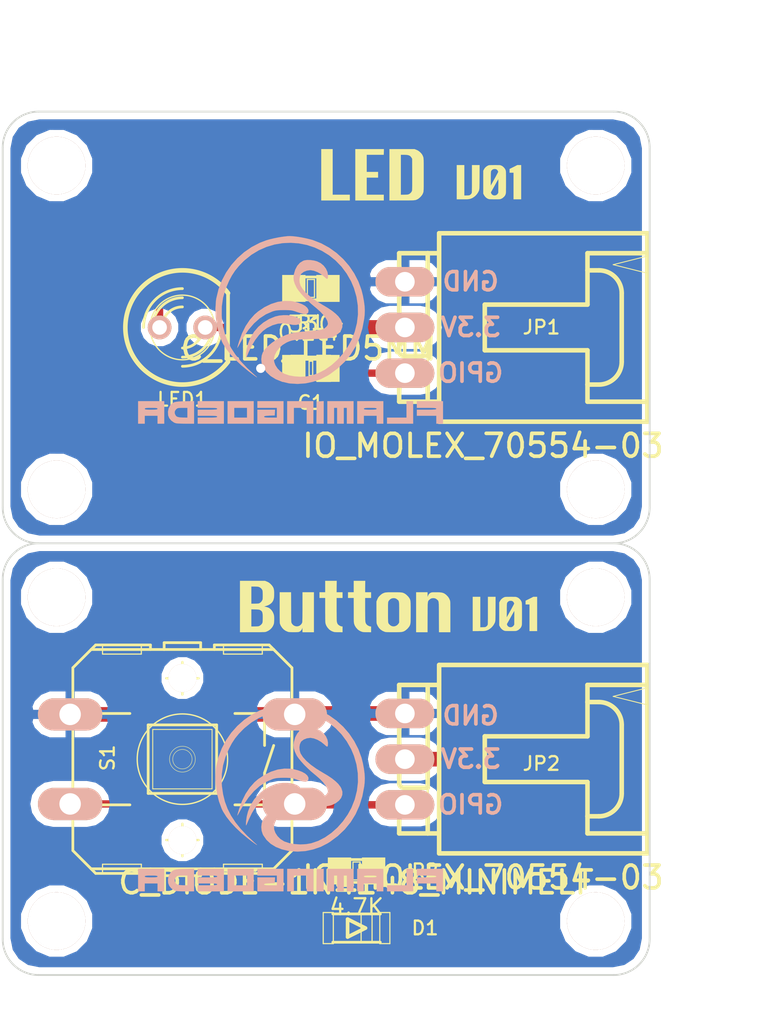
<source format=kicad_pcb>
(kicad_pcb (version 3) (host pcbnew "(2013-03-19 BZR 4004)-stable")

  (general
    (links 15)
    (no_connects 2)
    (area 36.460912 16.4084 92.687266 79.7)
    (thickness 1.6)
    (drawings 25)
    (tracks 31)
    (zones 0)
    (modules 22)
    (nets 6)
  )

  (page A3)
  (layers
    (15 F.Cu signal hide)
    (0 B.Cu signal hide)
    (16 B.Adhes user)
    (17 F.Adhes user)
    (18 B.Paste user)
    (19 F.Paste user)
    (20 B.SilkS user)
    (21 F.SilkS user)
    (22 B.Mask user)
    (23 F.Mask user)
    (24 Dwgs.User user)
    (25 Cmts.User user)
    (26 Eco1.User user)
    (27 Eco2.User user)
    (28 Edge.Cuts user)
  )

  (setup
    (last_trace_width 0.4064)
    (trace_clearance 0.2032)
    (zone_clearance 0.381)
    (zone_45_only no)
    (trace_min 0.127)
    (segment_width 0.2)
    (edge_width 0.1)
    (via_size 0.6096)
    (via_drill 0.3048)
    (via_min_size 0.6096)
    (via_min_drill 0.3048)
    (uvia_size 0.508)
    (uvia_drill 0.127)
    (uvias_allowed no)
    (uvia_min_size 0.508)
    (uvia_min_drill 0.127)
    (pcb_text_width 0.3)
    (pcb_text_size 1.5 1.5)
    (mod_edge_width 0.15)
    (mod_text_size 1 1)
    (mod_text_width 0.15)
    (pad_size 1.5 1.5)
    (pad_drill 0.6)
    (pad_to_mask_clearance 0)
    (aux_axis_origin 0 0)
    (visible_elements 7FFF7FFF)
    (pcbplotparams
      (layerselection 284983297)
      (usegerberextensions true)
      (excludeedgelayer true)
      (linewidth 0)
      (plotframeref false)
      (viasonmask false)
      (mode 1)
      (useauxorigin false)
      (hpglpennumber 1)
      (hpglpenspeed 20)
      (hpglpendiameter 15)
      (hpglpenoverlay 2)
      (psnegative false)
      (psa4output false)
      (plotreference true)
      (plotvalue false)
      (plotothertext true)
      (plotinvisibletext false)
      (padsonsilk false)
      (subtractmaskfromsilk false)
      (outputformat 1)
      (mirror false)
      (drillshape 0)
      (scaleselection 1)
      (outputdirectory gerber/))
  )

  (net 0 "")
  (net 1 +3.3V)
  (net 2 GND)
  (net 3 N-000002)
  (net 4 N-000004)
  (net 5 N-000005)

  (net_class Default "This is the default net class."
    (clearance 0.2032)
    (trace_width 0.4064)
    (via_dia 0.6096)
    (via_drill 0.3048)
    (uvia_dia 0.508)
    (uvia_drill 0.127)
    (add_net "")
    (add_net N-000002)
    (add_net N-000004)
    (add_net N-000005)
  )

  (net_class VCC ""
    (clearance 0.2032)
    (trace_width 0.8128)
    (via_dia 0.8128)
    (via_drill 0.508)
    (uvia_dia 0.508)
    (uvia_drill 0.127)
    (add_net +3.3V)
    (add_net GND)
  )

  (module IO_MOLEX_70554-03 (layer F.Cu) (tedit 534373C0) (tstamp 5345A4CD)
    (at 70 39 270)
    (descr "C-GRID SL CONNECTOR")
    (tags "C-GRID SL CONNECTOR")
    (path /53436E29)
    (attr virtual)
    (fp_text reference JP1 (at -0.011 0.023 360) (layer F.SilkS)
      (effects (font (size 0.762 0.762) (thickness 0.127)))
    )
    (fp_text value IO_MOLEX_70554-03 (at 6.5786 3.2766 360) (layer F.SilkS)
      (effects (font (size 1.27 1.27) (thickness 0.2032)))
    )
    (fp_line (start -2.8575 7.62) (end -2.2225 7.62) (layer F.SilkS) (width 0.06604))
    (fp_line (start -2.2225 7.62) (end -2.2225 6.35) (layer F.SilkS) (width 0.06604))
    (fp_line (start -2.8575 6.35) (end -2.2225 6.35) (layer F.SilkS) (width 0.06604))
    (fp_line (start -2.8575 7.62) (end -2.8575 6.35) (layer F.SilkS) (width 0.06604))
    (fp_line (start -0.3175 7.62) (end 0.3175 7.62) (layer F.SilkS) (width 0.06604))
    (fp_line (start 0.3175 7.62) (end 0.3175 6.35) (layer F.SilkS) (width 0.06604))
    (fp_line (start -0.3175 6.35) (end 0.3175 6.35) (layer F.SilkS) (width 0.06604))
    (fp_line (start -0.3175 7.62) (end -0.3175 6.35) (layer F.SilkS) (width 0.06604))
    (fp_line (start 2.2225 7.62) (end 2.8575 7.62) (layer F.SilkS) (width 0.06604))
    (fp_line (start 2.8575 7.62) (end 2.8575 6.35) (layer F.SilkS) (width 0.06604))
    (fp_line (start 2.2225 6.35) (end 2.8575 6.35) (layer F.SilkS) (width 0.06604))
    (fp_line (start 2.2225 7.62) (end 2.2225 6.35) (layer F.SilkS) (width 0.06604))
    (fp_line (start 5.23748 -5.87248) (end 4.1275 -5.87248) (layer F.SilkS) (width 0.254))
    (fp_line (start 4.1275 -5.87248) (end -5.23748 -5.87248) (layer F.SilkS) (width 0.254))
    (fp_line (start -5.23748 -5.87248) (end -5.23748 5.715) (layer F.SilkS) (width 0.254))
    (fp_line (start -1.27 -2.54) (end -1.27 3.175) (layer F.SilkS) (width 0.254))
    (fp_line (start -1.27 3.175) (end 1.27 3.175) (layer F.SilkS) (width 0.254))
    (fp_line (start 1.27 3.175) (end 1.27 -2.54) (layer F.SilkS) (width 0.254))
    (fp_line (start -4.1275 -5.87248) (end -4.1275 -2.54) (layer F.SilkS) (width 0.254))
    (fp_line (start -4.1275 -2.54) (end -3.175 -2.54) (layer F.SilkS) (width 0.254))
    (fp_line (start -3.175 -2.54) (end -1.27 -2.54) (layer F.SilkS) (width 0.254))
    (fp_line (start 1.27 -2.54) (end 3.175 -2.54) (layer F.SilkS) (width 0.254))
    (fp_line (start 3.175 -2.54) (end 4.1275 -2.54) (layer F.SilkS) (width 0.254))
    (fp_line (start 4.1275 -2.54) (end 4.1275 -5.87248) (layer F.SilkS) (width 0.254))
    (fp_line (start -3.175 -2.54) (end -3.175 -3.175) (layer F.SilkS) (width 0.254))
    (fp_line (start -1.905 -4.445) (end 1.905 -4.445) (layer F.SilkS) (width 0.254))
    (fp_line (start 3.175 -3.175) (end 3.175 -2.54) (layer F.SilkS) (width 0.254))
    (fp_line (start -5.23748 5.715) (end 5.23748 5.715) (layer F.SilkS) (width 0.254))
    (fp_line (start 5.23748 5.715) (end 5.23748 -5.87248) (layer F.SilkS) (width 0.254))
    (fp_line (start -4.1275 5.715) (end -4.1275 6.35) (layer F.SilkS) (width 0.254))
    (fp_line (start -4.1275 6.35) (end -4.1275 7.9375) (layer F.SilkS) (width 0.254))
    (fp_line (start -4.1275 6.35) (end -3.175 6.35) (layer F.SilkS) (width 0.254))
    (fp_line (start -3.175 6.35) (end -1.905 6.35) (layer F.SilkS) (width 0.127))
    (fp_line (start -1.905 6.35) (end -0.635 6.35) (layer F.SilkS) (width 0.254))
    (fp_line (start -0.635 6.35) (end 0.635 6.35) (layer F.SilkS) (width 0.127))
    (fp_line (start 0.635 6.35) (end 1.5875 6.35) (layer F.SilkS) (width 0.254))
    (fp_line (start -3.175 6.35) (end -3.175 7.6835) (layer F.SilkS) (width 0.254))
    (fp_line (start -3.429 7.9375) (end -4.1275 7.9375) (layer F.SilkS) (width 0.254))
    (fp_line (start -1.905 6.35) (end -1.905 7.6835) (layer F.SilkS) (width 0.254))
    (fp_line (start -0.635 6.35) (end -0.635 7.6835) (layer F.SilkS) (width 0.254))
    (fp_line (start -0.889 7.9375) (end -1.651 7.9375) (layer F.SilkS) (width 0.254))
    (fp_line (start 0.635 6.35) (end 0.635 7.6835) (layer F.SilkS) (width 0.254))
    (fp_line (start 0.889 7.9375) (end 1.3335 7.9375) (layer F.SilkS) (width 0.254))
    (fp_line (start 1.5875 7.6835) (end 1.5875 6.35) (layer F.SilkS) (width 0.254))
    (fp_line (start 4.1275 7.9375) (end 4.1275 6.35) (layer F.SilkS) (width 0.254))
    (fp_line (start 4.1275 6.35) (end 4.1275 5.715) (layer F.SilkS) (width 0.254))
    (fp_line (start 1.5875 6.35) (end 3.175 6.35) (layer F.SilkS) (width 0.127))
    (fp_line (start 3.175 6.35) (end 4.1275 6.35) (layer F.SilkS) (width 0.254))
    (fp_line (start 3.175 6.35) (end 3.175 7.6835) (layer F.SilkS) (width 0.254))
    (fp_line (start 3.429 7.9375) (end 4.1275 7.9375) (layer F.SilkS) (width 0.254))
    (fp_line (start -3.96748 -5.87248) (end -3.48996 -3.96748) (layer F.SilkS) (width 0.0508))
    (fp_line (start -3.48996 -3.96748) (end -3.01498 -5.87248) (layer F.SilkS) (width 0.0508))
    (fp_line (start -3.01498 -5.87248) (end -3.96748 -5.87248) (layer F.SilkS) (width 0.0508))
    (fp_arc (start -1.905 -3.175) (end -3.175 -3.175) (angle 90) (layer F.SilkS) (width 0.254))
    (fp_arc (start 1.905 -3.175) (end 1.905 -4.445) (angle 90) (layer F.SilkS) (width 0.254))
    (fp_arc (start -3.429 7.6835) (end -3.175 7.6835) (angle 90) (layer F.SilkS) (width 0.254))
    (fp_arc (start -1.651 7.6835) (end -1.651 7.9375) (angle 90) (layer F.SilkS) (width 0.254))
    (fp_arc (start -0.889 7.6835) (end -0.635 7.6835) (angle 90) (layer F.SilkS) (width 0.254))
    (fp_arc (start 0.889 7.6835) (end 0.889 7.9375) (angle 90) (layer F.SilkS) (width 0.254))
    (fp_arc (start 1.3335 7.6835) (end 1.5875 7.6835) (angle 90) (layer F.SilkS) (width 0.254))
    (fp_arc (start 3.429 7.6835) (end 3.429 7.9375) (angle 90) (layer F.SilkS) (width 0.254))
    (pad 1 thru_hole oval (at -2.54 7.62 270) (size 1.6383 3.2766) (drill 1.08966)
      (layers *.Cu *.Adhes *.Paste *.SilkS *.Mask)
      (net 2 GND)
    )
    (pad 2 thru_hole oval (at 0 7.62 270) (size 1.6383 3.2766) (drill 1.08966)
      (layers *.Cu *.Adhes *.Paste *.SilkS *.Mask)
      (net 1 +3.3V)
    )
    (pad 3 thru_hole oval (at 2.54 7.62 270) (size 1.6383 3.2766) (drill 1.08966)
      (layers *.Cu *.Adhes *.Paste *.SilkS *.Mask)
      (net 4 N-000004)
    )
  )

  (module IO_HOLE-3.2 (layer F.Cu) (tedit 54AB3F24) (tstamp 5345A4D2)
    (at 43 30)
    (descr "module 1 pin (ou trou mecanique de percage)")
    (tags DEV)
    (path /53436FB9)
    (fp_text reference P1 (at -4.9 -0.155) (layer F.SilkS) hide
      (effects (font (size 1.016 1.016) (thickness 0.254)))
    )
    (fp_text value IO_HOLE-3.2 (at 0 2.794) (layer F.SilkS) hide
      (effects (font (size 1.016 1.016) (thickness 0.254)))
    )
    (pad "" thru_hole circle (at 0 0) (size 3.2004 3.2004) (drill 3.2004)
      (layers *.Cu *.Paste *.SilkS *.Mask)
    )
  )

  (module IO_HOLE-3.2 (layer F.Cu) (tedit 54AB3F4C) (tstamp 5345A4D7)
    (at 73 30)
    (descr "module 1 pin (ou trou mecanique de percage)")
    (tags DEV)
    (path /53436FC6)
    (fp_text reference P2 (at 15 1) (layer F.SilkS) hide
      (effects (font (size 1.016 1.016) (thickness 0.254)))
    )
    (fp_text value IO_HOLE-3.2 (at 0 2.794) (layer F.SilkS) hide
      (effects (font (size 1.016 1.016) (thickness 0.254)))
    )
    (pad "" thru_hole circle (at 0 0) (size 3.2004 3.2004) (drill 3.2004)
      (layers *.Cu *.Paste *.SilkS *.Mask)
    )
  )

  (module IO_HOLE-3.2 (layer F.Cu) (tedit 54AB3F22) (tstamp 5345A4DC)
    (at 43 48)
    (descr "module 1 pin (ou trou mecanique de percage)")
    (tags DEV)
    (path /53436FCC)
    (fp_text reference P3 (at -4.9 0.26) (layer F.SilkS) hide
      (effects (font (size 1.016 1.016) (thickness 0.254)))
    )
    (fp_text value IO_HOLE-3.2 (at 0 2.794) (layer F.SilkS) hide
      (effects (font (size 1.016 1.016) (thickness 0.254)))
    )
    (pad "" thru_hole circle (at 0 0) (size 3.2004 3.2004) (drill 3.2004)
      (layers *.Cu *.Paste *.SilkS *.Mask)
    )
  )

  (module IO_HOLE-3.2 (layer F.Cu) (tedit 54AB3F47) (tstamp 5345A4E1)
    (at 73 48)
    (descr "module 1 pin (ou trou mecanique de percage)")
    (tags DEV)
    (path /53436FD2)
    (fp_text reference P4 (at 15 2) (layer F.SilkS) hide
      (effects (font (size 1.016 1.016) (thickness 0.254)))
    )
    (fp_text value IO_HOLE-3.2 (at 0 2.794) (layer F.SilkS) hide
      (effects (font (size 1.016 1.016) (thickness 0.254)))
    )
    (pad "" thru_hole circle (at 0 0) (size 3.2004 3.2004) (drill 3.2004)
      (layers *.Cu *.Paste *.SilkS *.Mask)
    )
  )

  (module C_R_0805 (layer F.Cu) (tedit 54AB4149) (tstamp 5345A50C)
    (at 57.15 36.83)
    (descr RESISTOR)
    (tags RESISTOR)
    (path /53436E45)
    (attr smd)
    (fp_text reference R1 (at 0 1.905) (layer F.SilkS)
      (effects (font (size 0.762 0.762) (thickness 0.127)))
    )
    (fp_text value 330 (at 0 1.99898) (layer F.SilkS)
      (effects (font (size 0.889 0.889) (thickness 0.127)))
    )
    (fp_line (start 0.4064 0.6985) (end 1.0541 0.6985) (layer F.SilkS) (width 0.06604))
    (fp_line (start 1.0541 0.6985) (end 1.0541 -0.70104) (layer F.SilkS) (width 0.06604))
    (fp_line (start 0.4064 -0.70104) (end 1.0541 -0.70104) (layer F.SilkS) (width 0.06604))
    (fp_line (start 0.4064 0.6985) (end 0.4064 -0.70104) (layer F.SilkS) (width 0.06604))
    (fp_line (start -1.0668 0.6985) (end -0.41656 0.6985) (layer F.SilkS) (width 0.06604))
    (fp_line (start -0.41656 0.6985) (end -0.41656 -0.70104) (layer F.SilkS) (width 0.06604))
    (fp_line (start -1.0668 -0.70104) (end -0.41656 -0.70104) (layer F.SilkS) (width 0.06604))
    (fp_line (start -1.0668 0.6985) (end -1.0668 -0.70104) (layer F.SilkS) (width 0.06604))
    (fp_line (start -0.19812 0.49784) (end 0.19812 0.49784) (layer F.SilkS) (width 0.06604))
    (fp_line (start 0.19812 0.49784) (end 0.19812 -0.49784) (layer F.SilkS) (width 0.06604))
    (fp_line (start -0.19812 -0.49784) (end 0.19812 -0.49784) (layer F.SilkS) (width 0.06604))
    (fp_line (start -0.19812 0.49784) (end -0.19812 -0.49784) (layer F.SilkS) (width 0.06604))
    (fp_line (start -0.40894 -0.635) (end 0.40894 -0.635) (layer F.SilkS) (width 0.1524))
    (fp_line (start -0.40894 0.635) (end 0.40894 0.635) (layer F.SilkS) (width 0.1524))
    (pad 1 smd rect (at -0.94996 0) (size 1.29794 1.4986)
      (layers F.Cu F.Paste F.SilkS F.Mask)
      (net 3 N-000002)
    )
    (pad 2 smd rect (at 0.94996 0) (size 1.29794 1.4986)
      (layers F.Cu F.Paste F.SilkS F.Mask)
      (net 1 +3.3V)
    )
  )

  (module C_R_0805 (layer F.Cu) (tedit 54AB3E6B) (tstamp 5345A520)
    (at 59.69 69.215)
    (descr RESISTOR)
    (tags RESISTOR)
    (path /54A90C6A)
    (attr smd)
    (fp_text reference R2 (at 3.81 0) (layer F.SilkS)
      (effects (font (size 0.762 0.762) (thickness 0.127)))
    )
    (fp_text value 4.7K (at 0 1.99898) (layer F.SilkS)
      (effects (font (size 0.889 0.889) (thickness 0.127)))
    )
    (fp_line (start 0.4064 0.6985) (end 1.0541 0.6985) (layer F.SilkS) (width 0.06604))
    (fp_line (start 1.0541 0.6985) (end 1.0541 -0.70104) (layer F.SilkS) (width 0.06604))
    (fp_line (start 0.4064 -0.70104) (end 1.0541 -0.70104) (layer F.SilkS) (width 0.06604))
    (fp_line (start 0.4064 0.6985) (end 0.4064 -0.70104) (layer F.SilkS) (width 0.06604))
    (fp_line (start -1.0668 0.6985) (end -0.41656 0.6985) (layer F.SilkS) (width 0.06604))
    (fp_line (start -0.41656 0.6985) (end -0.41656 -0.70104) (layer F.SilkS) (width 0.06604))
    (fp_line (start -1.0668 -0.70104) (end -0.41656 -0.70104) (layer F.SilkS) (width 0.06604))
    (fp_line (start -1.0668 0.6985) (end -1.0668 -0.70104) (layer F.SilkS) (width 0.06604))
    (fp_line (start -0.19812 0.49784) (end 0.19812 0.49784) (layer F.SilkS) (width 0.06604))
    (fp_line (start 0.19812 0.49784) (end 0.19812 -0.49784) (layer F.SilkS) (width 0.06604))
    (fp_line (start -0.19812 -0.49784) (end 0.19812 -0.49784) (layer F.SilkS) (width 0.06604))
    (fp_line (start -0.19812 0.49784) (end -0.19812 -0.49784) (layer F.SilkS) (width 0.06604))
    (fp_line (start -0.40894 -0.635) (end 0.40894 -0.635) (layer F.SilkS) (width 0.1524))
    (fp_line (start -0.40894 0.635) (end 0.40894 0.635) (layer F.SilkS) (width 0.1524))
    (pad 1 smd rect (at -0.94996 0) (size 1.29794 1.4986)
      (layers F.Cu F.Paste F.SilkS F.Mask)
      (net 5 N-000005)
    )
    (pad 2 smd rect (at 0.94996 0) (size 1.29794 1.4986)
      (layers F.Cu F.Paste F.SilkS F.Mask)
      (net 1 +3.3V)
    )
  )

  (module LOGO   locked (layer F.Cu) (tedit 54AB3F4A) (tstamp 53466460)
    (at 60.579 30.988)
    (fp_text reference G*** (at 27.421 -5.988) (layer F.SilkS) hide
      (effects (font (size 1.524 1.524) (thickness 0.3048)))
    )
    (fp_text value LOGO (at 0 -13.462) (layer F.SilkS) hide
      (effects (font (size 1.524 1.524) (thickness 0.3048)))
    )
    (fp_poly (pts (xy -1.26492 0.9525) (xy -2.85242 0.9525) (xy -2.85242 -1.905) (xy -2.21742 -1.905)
      (xy -2.21742 0.63246) (xy -1.26492 0.63246) (xy -1.26492 0.9525) (xy -1.26492 0.9525)) (layer F.SilkS) (width 0.00254))
    (fp_poly (pts (xy 0.63246 -1.905) (xy 0.62992 -1.74498) (xy 0.62484 -1.5875) (xy 0.14986 -1.5875)
      (xy -0.32258 -1.5875) (xy -0.32258 -1.10998) (xy -0.32258 -0.635) (xy -0.00508 -0.635)
      (xy 0.30988 -0.635) (xy 0.30988 -0.47498) (xy 0.30988 -0.3175) (xy -0.00508 -0.3175)
      (xy -0.32258 -0.3175) (xy -0.32258 0.15748) (xy -0.32258 0.63246) (xy 0.14986 0.63246)
      (xy 0.62738 0.63246) (xy 0.62738 0.79248) (xy 0.62738 0.9525) (xy -0.1651 0.9525)
      (xy -0.95758 0.9525) (xy -0.95758 -0.47498) (xy -0.95758 -1.905) (xy -0.16002 -1.905)
      (xy 0.63246 -1.905) (xy 0.63246 -1.905)) (layer F.SilkS) (width 0.00254))
    (fp_poly (pts (xy 2.84734 -0.47498) (xy 2.84734 -0.29972) (xy 2.84734 -0.14986) (xy 2.84734 -0.02032)
      (xy 2.84734 0.08636) (xy 2.84734 0.1778) (xy 2.8448 0.254) (xy 2.8448 0.31496)
      (xy 2.84226 0.36322) (xy 2.83972 0.40386) (xy 2.83718 0.43434) (xy 2.83464 0.4572)
      (xy 2.8321 0.47752) (xy 2.82702 0.4953) (xy 2.82448 0.50546) (xy 2.80416 0.5588)
      (xy 2.77622 0.61722) (xy 2.75844 0.64516) (xy 2.7178 0.6985) (xy 2.667 0.75692)
      (xy 2.60604 0.81026) (xy 2.55016 0.85598) (xy 2.49936 0.88646) (xy 2.47142 0.89916)
      (xy 2.44602 0.91186) (xy 2.41808 0.92202) (xy 2.3876 0.92964) (xy 2.35204 0.93472)
      (xy 2.3114 0.9398) (xy 2.25806 0.94488) (xy 2.2098 0.94488) (xy 2.2098 -0.12192)
      (xy 2.2098 -0.29972) (xy 2.2098 -0.50038) (xy 2.2098 -0.50292) (xy 2.20726 -1.36398)
      (xy 2.1717 -1.4224) (xy 2.1336 -1.47828) (xy 2.09042 -1.51892) (xy 2.03708 -1.5494)
      (xy 1.97358 -1.56972) (xy 1.88976 -1.58242) (xy 1.78816 -1.5875) (xy 1.7526 -1.5875)
      (xy 1.57734 -1.5875) (xy 1.57734 -0.47498) (xy 1.57734 0.635) (xy 1.778 0.63246)
      (xy 1.8542 0.62992) (xy 1.91262 0.62738) (xy 1.95326 0.62484) (xy 1.98374 0.61722)
      (xy 2.00914 0.6096) (xy 2.03454 0.59944) (xy 2.04216 0.59436) (xy 2.10312 0.55118)
      (xy 2.15646 0.49276) (xy 2.19202 0.42926) (xy 2.19964 0.40386) (xy 2.20218 0.381)
      (xy 2.20472 0.3302) (xy 2.20726 0.254) (xy 2.2098 0.1524) (xy 2.2098 0.02794)
      (xy 2.2098 -0.12192) (xy 2.2098 0.94488) (xy 2.19456 0.94742) (xy 2.11582 0.94742)
      (xy 2.02184 0.94996) (xy 1.90754 0.94996) (xy 1.77292 0.94996) (xy 1.6256 0.94996)
      (xy 0.94234 0.9525) (xy 0.94234 -0.47498) (xy 0.94234 -1.905) (xy 1.6383 -1.905)
      (xy 2.33426 -1.905) (xy 2.41808 -1.87198) (xy 2.50698 -1.83388) (xy 2.58572 -1.78308)
      (xy 2.66192 -1.71704) (xy 2.67716 -1.7018) (xy 2.73558 -1.63576) (xy 2.77622 -1.57226)
      (xy 2.80924 -1.50114) (xy 2.82194 -1.4605) (xy 2.82702 -1.44526) (xy 2.8321 -1.42748)
      (xy 2.83464 -1.40716) (xy 2.83718 -1.3843) (xy 2.83972 -1.35128) (xy 2.84226 -1.31318)
      (xy 2.8448 -1.26492) (xy 2.8448 -1.20142) (xy 2.84734 -1.12522) (xy 2.84734 -1.03378)
      (xy 2.84734 -0.92456) (xy 2.84734 -0.79502) (xy 2.84734 -0.64516) (xy 2.84734 -0.47498)
      (xy 2.84734 -0.47498)) (layer F.SilkS) (width 0.00254))
  )

  (module switch-omron-B3F-40XX (layer F.Cu) (tedit 54AB3F96) (tstamp 54AB3CED)
    (at 50 63 180)
    (descr "OMRON SWITCH")
    (tags "OMRON SWITCH")
    (path /54A90C06)
    (attr virtual)
    (fp_text reference S1 (at 4.167 0.073 270) (layer F.SilkS)
      (effects (font (size 0.762 0.762) (thickness 0.127)))
    )
    (fp_text value C_SW_OMRON-10-XX (at 0.26924 -10.73658 180) (layer F.SilkS) hide
      (effects (font (size 1.27 1.27) (thickness 0.0889)))
    )
    (fp_line (start 6.096 2.921) (end 6.604 2.921) (layer F.SilkS) (width 0.06604))
    (fp_line (start 6.604 2.921) (end 6.604 2.032) (layer F.SilkS) (width 0.06604))
    (fp_line (start 6.096 2.032) (end 6.604 2.032) (layer F.SilkS) (width 0.06604))
    (fp_line (start 6.096 2.921) (end 6.096 2.032) (layer F.SilkS) (width 0.06604))
    (fp_line (start 6.096 -2.032) (end 6.604 -2.032) (layer F.SilkS) (width 0.06604))
    (fp_line (start 6.604 -2.032) (end 6.604 -2.921) (layer F.SilkS) (width 0.06604))
    (fp_line (start 6.096 -2.921) (end 6.604 -2.921) (layer F.SilkS) (width 0.06604))
    (fp_line (start 6.096 -2.032) (end 6.096 -2.921) (layer F.SilkS) (width 0.06604))
    (fp_line (start -6.604 -2.032) (end -6.096 -2.032) (layer F.SilkS) (width 0.06604))
    (fp_line (start -6.096 -2.032) (end -6.096 -2.921) (layer F.SilkS) (width 0.06604))
    (fp_line (start -6.604 -2.921) (end -6.096 -2.921) (layer F.SilkS) (width 0.06604))
    (fp_line (start -6.604 -2.032) (end -6.604 -2.921) (layer F.SilkS) (width 0.06604))
    (fp_line (start -6.604 2.921) (end -6.096 2.921) (layer F.SilkS) (width 0.06604))
    (fp_line (start -6.096 2.921) (end -6.096 2.032) (layer F.SilkS) (width 0.06604))
    (fp_line (start -6.604 2.032) (end -6.096 2.032) (layer F.SilkS) (width 0.06604))
    (fp_line (start -6.604 2.921) (end -6.604 2.032) (layer F.SilkS) (width 0.06604))
    (fp_line (start 2.286 -5.842) (end 4.445 -5.842) (layer F.SilkS) (width 0.06604))
    (fp_line (start 4.445 -5.842) (end 4.445 -6.35) (layer F.SilkS) (width 0.06604))
    (fp_line (start 2.286 -6.35) (end 4.445 -6.35) (layer F.SilkS) (width 0.06604))
    (fp_line (start 2.286 -5.842) (end 2.286 -6.35) (layer F.SilkS) (width 0.06604))
    (fp_line (start -4.445 -5.842) (end -2.286 -5.842) (layer F.SilkS) (width 0.06604))
    (fp_line (start -2.286 -5.842) (end -2.286 -6.35) (layer F.SilkS) (width 0.06604))
    (fp_line (start -4.445 -6.35) (end -2.286 -6.35) (layer F.SilkS) (width 0.06604))
    (fp_line (start -4.445 -5.842) (end -4.445 -6.35) (layer F.SilkS) (width 0.06604))
    (fp_line (start 2.286 6.35) (end 4.445 6.35) (layer F.SilkS) (width 0.06604))
    (fp_line (start 4.445 6.35) (end 4.445 5.842) (layer F.SilkS) (width 0.06604))
    (fp_line (start 2.286 5.842) (end 4.445 5.842) (layer F.SilkS) (width 0.06604))
    (fp_line (start 2.286 6.35) (end 2.286 5.842) (layer F.SilkS) (width 0.06604))
    (fp_line (start -4.445 6.35) (end -2.286 6.35) (layer F.SilkS) (width 0.06604))
    (fp_line (start -2.286 6.35) (end -2.286 5.842) (layer F.SilkS) (width 0.06604))
    (fp_line (start -4.445 5.842) (end -2.286 5.842) (layer F.SilkS) (width 0.06604))
    (fp_line (start -4.445 6.35) (end -4.445 5.842) (layer F.SilkS) (width 0.06604))
    (fp_line (start -1.905 -1.905) (end 1.905 -1.905) (layer F.SilkS) (width 0.1524))
    (fp_line (start 1.905 1.905) (end 1.905 -1.905) (layer F.SilkS) (width 0.1524))
    (fp_line (start 1.905 1.905) (end -1.905 1.905) (layer F.SilkS) (width 0.1524))
    (fp_line (start -1.905 -1.905) (end -1.905 1.905) (layer F.SilkS) (width 0.1524))
    (fp_line (start -1.651 -1.651) (end 1.651 -1.651) (layer F.SilkS) (width 0.0508))
    (fp_line (start 1.651 1.651) (end 1.651 -1.651) (layer F.SilkS) (width 0.0508))
    (fp_line (start 1.651 1.651) (end -1.651 1.651) (layer F.SilkS) (width 0.0508))
    (fp_line (start -1.651 -1.651) (end -1.651 1.651) (layer F.SilkS) (width 0.0508))
    (fp_line (start -1.016 -6.096) (end -1.016 -6.477) (layer F.SilkS) (width 0.1524))
    (fp_line (start -1.016 -6.096) (end 1.016 -6.096) (layer F.SilkS) (width 0.1524))
    (fp_line (start -1.016 -6.477) (end 1.016 -6.477) (layer F.SilkS) (width 0.1524))
    (fp_line (start 1.016 -6.477) (end 1.016 -6.096) (layer F.SilkS) (width 0.1524))
    (fp_line (start 6.096 -5.08) (end 5.08 -6.096) (layer F.SilkS) (width 0.1524))
    (fp_line (start 5.08 -6.096) (end 1.778 -6.096) (layer F.SilkS) (width 0.1524))
    (fp_line (start 6.096 -5.08) (end 6.096 -3.81) (layer F.SilkS) (width 0.1524))
    (fp_line (start 6.096 -1.143) (end 6.096 -3.81) (layer F.SilkS) (width 0.1524))
    (fp_line (start 6.096 -1.143) (end 6.096 1.143) (layer F.SilkS) (width 0.1524))
    (fp_line (start 6.096 3.81) (end 6.096 1.143) (layer F.SilkS) (width 0.1524))
    (fp_line (start 5.08 6.096) (end 6.096 5.08) (layer F.SilkS) (width 0.1524))
    (fp_line (start 6.096 5.08) (end 6.096 3.81) (layer F.SilkS) (width 0.1524))
    (fp_line (start -6.096 -1.143) (end -6.096 -3.81) (layer F.SilkS) (width 0.1524))
    (fp_line (start -6.096 -1.143) (end -6.096 1.143) (layer F.SilkS) (width 0.1524))
    (fp_line (start -6.096 3.81) (end -6.096 1.143) (layer F.SilkS) (width 0.1524))
    (fp_line (start -6.096 3.81) (end -6.096 5.08) (layer F.SilkS) (width 0.1524))
    (fp_line (start -6.096 5.08) (end -5.08 6.096) (layer F.SilkS) (width 0.1524))
    (fp_line (start -5.08 6.096) (end -1.778 6.096) (layer F.SilkS) (width 0.1524))
    (fp_line (start -5.08 -6.096) (end -1.778 -6.096) (layer F.SilkS) (width 0.1524))
    (fp_line (start -5.08 -6.096) (end -6.096 -5.08) (layer F.SilkS) (width 0.1524))
    (fp_line (start -6.096 -5.08) (end -6.096 -3.81) (layer F.SilkS) (width 0.1524))
    (fp_line (start -1.016 6.477) (end 1.016 6.477) (layer F.SilkS) (width 0.1524))
    (fp_line (start -1.016 6.477) (end -1.016 6.096) (layer F.SilkS) (width 0.1524))
    (fp_line (start 1.016 6.096) (end 1.016 6.477) (layer F.SilkS) (width 0.1524))
    (fp_line (start 5.08 -6.096) (end 4.826 -6.35) (layer F.SilkS) (width 0.1524))
    (fp_line (start 4.826 -6.35) (end 1.778 -6.35) (layer F.SilkS) (width 0.1524))
    (fp_line (start 1.778 -6.35) (end 1.778 -6.096) (layer F.SilkS) (width 0.1524))
    (fp_line (start 1.778 -6.096) (end 1.016 -6.096) (layer F.SilkS) (width 0.1524))
    (fp_line (start -1.778 -6.35) (end -1.778 -6.096) (layer F.SilkS) (width 0.1524))
    (fp_line (start -1.778 -6.096) (end -1.016 -6.096) (layer F.SilkS) (width 0.1524))
    (fp_line (start -1.778 -6.35) (end -4.826 -6.35) (layer F.SilkS) (width 0.1524))
    (fp_line (start -5.08 -6.096) (end -4.826 -6.35) (layer F.SilkS) (width 0.1524))
    (fp_line (start -1.016 6.096) (end 1.016 6.096) (layer F.SilkS) (width 0.1524))
    (fp_line (start 1.016 6.096) (end 1.778 6.096) (layer F.SilkS) (width 0.1524))
    (fp_line (start -1.778 6.096) (end -1.778 6.35) (layer F.SilkS) (width 0.1524))
    (fp_line (start -1.778 6.096) (end -1.016 6.096) (layer F.SilkS) (width 0.1524))
    (fp_line (start -1.778 6.35) (end -4.826 6.35) (layer F.SilkS) (width 0.1524))
    (fp_line (start -4.826 6.35) (end -5.08 6.096) (layer F.SilkS) (width 0.1524))
    (fp_line (start 1.778 6.096) (end 1.778 6.35) (layer F.SilkS) (width 0.1524))
    (fp_line (start 1.778 6.096) (end 5.08 6.096) (layer F.SilkS) (width 0.1524))
    (fp_line (start 4.826 6.35) (end 1.778 6.35) (layer F.SilkS) (width 0.1524))
    (fp_line (start 5.08 6.096) (end 4.826 6.35) (layer F.SilkS) (width 0.1524))
    (fp_line (start -5.08 -2.54) (end -4.572 -2.54) (layer F.SilkS) (width 0.1524))
    (fp_line (start 2.921 -2.54) (end 5.08 -2.54) (layer F.SilkS) (width 0.1524))
    (fp_line (start -5.08 2.54) (end -4.572 2.54) (layer F.SilkS) (width 0.1524))
    (fp_line (start 2.921 2.54) (end 5.08 2.54) (layer F.SilkS) (width 0.1524))
    (fp_line (start -4.572 -2.54) (end -4.572 -0.762) (layer F.SilkS) (width 0.1524))
    (fp_line (start -4.572 -2.54) (end -2.921 -2.54) (layer F.SilkS) (width 0.1524))
    (fp_line (start -4.572 -0.762) (end -5.08 0.762) (layer F.SilkS) (width 0.1524))
    (fp_line (start -4.572 0.762) (end -4.572 2.54) (layer F.SilkS) (width 0.1524))
    (fp_line (start -4.572 2.54) (end -2.921 2.54) (layer F.SilkS) (width 0.1524))
    (fp_circle (center 0 0) (end -1.778 1.778) (layer F.SilkS) (width 0.0762))
    (fp_circle (center 0 0) (end -0.508 0.508) (layer F.SilkS) (width 0.0254))
    (fp_circle (center 0 0) (end -0.381 0.381) (layer F.SilkS) (width 0.0254))
    (fp_circle (center -4.572 -2.54) (end -4.6355 -2.6035) (layer F.SilkS) (width 0.0762))
    (fp_circle (center -4.572 2.54) (end -4.6355 2.6035) (layer F.SilkS) (width 0.0762))
    (fp_circle (center 0 4.4958) (end -0.44958 4.94538) (layer F.SilkS) (width 0.127))
    (fp_line (start -0.89916 4.4958) (end 0.89916 4.4958) (layer F.SilkS) (width 0.127))
    (fp_line (start 0 5.3975) (end 0 3.59156) (layer F.SilkS) (width 0.127))
    (fp_circle (center 0 -4.4958) (end -0.44958 -4.94538) (layer F.SilkS) (width 0.127))
    (fp_line (start -0.89916 -4.4958) (end 0.89916 -4.4958) (layer F.SilkS) (width 0.127))
    (fp_line (start 0 -3.59156) (end 0 -5.3975) (layer F.SilkS) (width 0.127))
    (fp_text user 1 (at -6 -38 180) (layer F.SilkS) hide
      (effects (font (size 1.27 1.27) (thickness 0.0889)))
    )
    (fp_text user 2 (at 0 -38 180) (layer F.SilkS) hide
      (effects (font (size 1.27 1.27) (thickness 0.0889)))
    )
    (fp_text user 3 (at -2 -38 180) (layer F.SilkS) hide
      (effects (font (size 1.27 1.27) (thickness 0.0889)))
    )
    (fp_text user 4 (at -4 -38 180) (layer F.SilkS) hide
      (effects (font (size 1.27 1.27) (thickness 0.0889)))
    )
    (pad "" np_thru_hole circle (at 0 4.5085 180) (size 1.55956 1.55956) (drill 1.55956)
      (layers *.Cu *.Paste *.SilkS *.Mask)
    )
    (pad 1 thru_hole oval (at -6.2484 -2.4892 270) (size 1.7907 3.5814) (drill 1.193799)
      (layers *.Cu *.Adhes *.Paste *.SilkS *.Mask)
      (net 5 N-000005)
    )
    (pad 2 thru_hole oval (at 6.2484 -2.4892 270) (size 1.7907 3.5814) (drill 1.193799)
      (layers *.Cu *.Adhes *.Paste *.SilkS *.Mask)
      (net 5 N-000005)
    )
    (pad 3 thru_hole oval (at -6.2484 2.4892 270) (size 1.7907 3.5814) (drill 1.193799)
      (layers *.Cu *.Adhes *.Paste *.SilkS *.Mask)
      (net 2 GND)
    )
    (pad 4 thru_hole oval (at 6.2484 2.4892 270) (size 1.7907 3.5814) (drill 1.193799)
      (layers *.Cu *.Adhes *.Paste *.SilkS *.Mask)
      (net 2 GND)
    )
    (pad "" np_thru_hole circle (at 0 -4.5085 180) (size 1.55956 1.55956) (drill 1.55956)
      (layers *.Cu *.Paste *.SilkS *.Mask)
    )
  )

  (module IO_MOLEX_70554-03 (layer F.Cu) (tedit 54AB3E84) (tstamp 54AB3D31)
    (at 70 63 270)
    (descr "C-GRID SL CONNECTOR")
    (tags "C-GRID SL CONNECTOR")
    (path /54A90BB9)
    (attr virtual)
    (fp_text reference JP2 (at 0.246 0.023 360) (layer F.SilkS)
      (effects (font (size 0.762 0.762) (thickness 0.127)))
    )
    (fp_text value IO_MOLEX_70554-03 (at 6.5786 3.2766 360) (layer F.SilkS)
      (effects (font (size 1.27 1.27) (thickness 0.2032)))
    )
    (fp_line (start -2.8575 7.62) (end -2.2225 7.62) (layer F.SilkS) (width 0.06604))
    (fp_line (start -2.2225 7.62) (end -2.2225 6.35) (layer F.SilkS) (width 0.06604))
    (fp_line (start -2.8575 6.35) (end -2.2225 6.35) (layer F.SilkS) (width 0.06604))
    (fp_line (start -2.8575 7.62) (end -2.8575 6.35) (layer F.SilkS) (width 0.06604))
    (fp_line (start -0.3175 7.62) (end 0.3175 7.62) (layer F.SilkS) (width 0.06604))
    (fp_line (start 0.3175 7.62) (end 0.3175 6.35) (layer F.SilkS) (width 0.06604))
    (fp_line (start -0.3175 6.35) (end 0.3175 6.35) (layer F.SilkS) (width 0.06604))
    (fp_line (start -0.3175 7.62) (end -0.3175 6.35) (layer F.SilkS) (width 0.06604))
    (fp_line (start 2.2225 7.62) (end 2.8575 7.62) (layer F.SilkS) (width 0.06604))
    (fp_line (start 2.8575 7.62) (end 2.8575 6.35) (layer F.SilkS) (width 0.06604))
    (fp_line (start 2.2225 6.35) (end 2.8575 6.35) (layer F.SilkS) (width 0.06604))
    (fp_line (start 2.2225 7.62) (end 2.2225 6.35) (layer F.SilkS) (width 0.06604))
    (fp_line (start 5.23748 -5.87248) (end 4.1275 -5.87248) (layer F.SilkS) (width 0.254))
    (fp_line (start 4.1275 -5.87248) (end -5.23748 -5.87248) (layer F.SilkS) (width 0.254))
    (fp_line (start -5.23748 -5.87248) (end -5.23748 5.715) (layer F.SilkS) (width 0.254))
    (fp_line (start -1.27 -2.54) (end -1.27 3.175) (layer F.SilkS) (width 0.254))
    (fp_line (start -1.27 3.175) (end 1.27 3.175) (layer F.SilkS) (width 0.254))
    (fp_line (start 1.27 3.175) (end 1.27 -2.54) (layer F.SilkS) (width 0.254))
    (fp_line (start -4.1275 -5.87248) (end -4.1275 -2.54) (layer F.SilkS) (width 0.254))
    (fp_line (start -4.1275 -2.54) (end -3.175 -2.54) (layer F.SilkS) (width 0.254))
    (fp_line (start -3.175 -2.54) (end -1.27 -2.54) (layer F.SilkS) (width 0.254))
    (fp_line (start 1.27 -2.54) (end 3.175 -2.54) (layer F.SilkS) (width 0.254))
    (fp_line (start 3.175 -2.54) (end 4.1275 -2.54) (layer F.SilkS) (width 0.254))
    (fp_line (start 4.1275 -2.54) (end 4.1275 -5.87248) (layer F.SilkS) (width 0.254))
    (fp_line (start -3.175 -2.54) (end -3.175 -3.175) (layer F.SilkS) (width 0.254))
    (fp_line (start -1.905 -4.445) (end 1.905 -4.445) (layer F.SilkS) (width 0.254))
    (fp_line (start 3.175 -3.175) (end 3.175 -2.54) (layer F.SilkS) (width 0.254))
    (fp_line (start -5.23748 5.715) (end 5.23748 5.715) (layer F.SilkS) (width 0.254))
    (fp_line (start 5.23748 5.715) (end 5.23748 -5.87248) (layer F.SilkS) (width 0.254))
    (fp_line (start -4.1275 5.715) (end -4.1275 6.35) (layer F.SilkS) (width 0.254))
    (fp_line (start -4.1275 6.35) (end -4.1275 7.9375) (layer F.SilkS) (width 0.254))
    (fp_line (start -4.1275 6.35) (end -3.175 6.35) (layer F.SilkS) (width 0.254))
    (fp_line (start -3.175 6.35) (end -1.905 6.35) (layer F.SilkS) (width 0.127))
    (fp_line (start -1.905 6.35) (end -0.635 6.35) (layer F.SilkS) (width 0.254))
    (fp_line (start -0.635 6.35) (end 0.635 6.35) (layer F.SilkS) (width 0.127))
    (fp_line (start 0.635 6.35) (end 1.5875 6.35) (layer F.SilkS) (width 0.254))
    (fp_line (start -3.175 6.35) (end -3.175 7.6835) (layer F.SilkS) (width 0.254))
    (fp_line (start -3.429 7.9375) (end -4.1275 7.9375) (layer F.SilkS) (width 0.254))
    (fp_line (start -1.905 6.35) (end -1.905 7.6835) (layer F.SilkS) (width 0.254))
    (fp_line (start -0.635 6.35) (end -0.635 7.6835) (layer F.SilkS) (width 0.254))
    (fp_line (start -0.889 7.9375) (end -1.651 7.9375) (layer F.SilkS) (width 0.254))
    (fp_line (start 0.635 6.35) (end 0.635 7.6835) (layer F.SilkS) (width 0.254))
    (fp_line (start 0.889 7.9375) (end 1.3335 7.9375) (layer F.SilkS) (width 0.254))
    (fp_line (start 1.5875 7.6835) (end 1.5875 6.35) (layer F.SilkS) (width 0.254))
    (fp_line (start 4.1275 7.9375) (end 4.1275 6.35) (layer F.SilkS) (width 0.254))
    (fp_line (start 4.1275 6.35) (end 4.1275 5.715) (layer F.SilkS) (width 0.254))
    (fp_line (start 1.5875 6.35) (end 3.175 6.35) (layer F.SilkS) (width 0.127))
    (fp_line (start 3.175 6.35) (end 4.1275 6.35) (layer F.SilkS) (width 0.254))
    (fp_line (start 3.175 6.35) (end 3.175 7.6835) (layer F.SilkS) (width 0.254))
    (fp_line (start 3.429 7.9375) (end 4.1275 7.9375) (layer F.SilkS) (width 0.254))
    (fp_line (start -3.96748 -5.87248) (end -3.48996 -3.96748) (layer F.SilkS) (width 0.0508))
    (fp_line (start -3.48996 -3.96748) (end -3.01498 -5.87248) (layer F.SilkS) (width 0.0508))
    (fp_line (start -3.01498 -5.87248) (end -3.96748 -5.87248) (layer F.SilkS) (width 0.0508))
    (fp_arc (start -1.905 -3.175) (end -3.175 -3.175) (angle 90) (layer F.SilkS) (width 0.254))
    (fp_arc (start 1.905 -3.175) (end 1.905 -4.445) (angle 90) (layer F.SilkS) (width 0.254))
    (fp_arc (start -3.429 7.6835) (end -3.175 7.6835) (angle 90) (layer F.SilkS) (width 0.254))
    (fp_arc (start -1.651 7.6835) (end -1.651 7.9375) (angle 90) (layer F.SilkS) (width 0.254))
    (fp_arc (start -0.889 7.6835) (end -0.635 7.6835) (angle 90) (layer F.SilkS) (width 0.254))
    (fp_arc (start 0.889 7.6835) (end 0.889 7.9375) (angle 90) (layer F.SilkS) (width 0.254))
    (fp_arc (start 1.3335 7.6835) (end 1.5875 7.6835) (angle 90) (layer F.SilkS) (width 0.254))
    (fp_arc (start 3.429 7.6835) (end 3.429 7.9375) (angle 90) (layer F.SilkS) (width 0.254))
    (pad 1 thru_hole oval (at -2.54 7.62 270) (size 1.6383 3.2766) (drill 1.08966)
      (layers *.Cu *.Adhes *.Paste *.SilkS *.Mask)
      (net 2 GND)
    )
    (pad 2 thru_hole oval (at 0 7.62 270) (size 1.6383 3.2766) (drill 1.08966)
      (layers *.Cu *.Adhes *.Paste *.SilkS *.Mask)
      (net 1 +3.3V)
    )
    (pad 3 thru_hole oval (at 2.54 7.62 270) (size 1.6383 3.2766) (drill 1.08966)
      (layers *.Cu *.Adhes *.Paste *.SilkS *.Mask)
      (net 5 N-000005)
    )
  )

  (module IO_HOLE-3.2 (layer F.Cu) (tedit 54AB3F1F) (tstamp 54AB3D36)
    (at 43 54)
    (descr "module 1 pin (ou trou mecanique de percage)")
    (tags DEV)
    (path /54A90CF8)
    (fp_text reference P5 (at -4.265 0.61) (layer F.SilkS) hide
      (effects (font (size 1.016 1.016) (thickness 0.254)))
    )
    (fp_text value IO_HOLE-3.2 (at 0 2.794) (layer F.SilkS) hide
      (effects (font (size 1.016 1.016) (thickness 0.254)))
    )
    (pad "" thru_hole circle (at 0 0) (size 3.2004 3.2004) (drill 3.2004)
      (layers *.Cu *.Paste *.SilkS *.Mask)
    )
  )

  (module IO_HOLE-3.2 (layer F.Cu) (tedit 54AB3F46) (tstamp 54AB3D3B)
    (at 73 54)
    (descr "module 1 pin (ou trou mecanique de percage)")
    (tags DEV)
    (path /54A90CFE)
    (fp_text reference P6 (at 14 1) (layer F.SilkS) hide
      (effects (font (size 1.016 1.016) (thickness 0.254)))
    )
    (fp_text value IO_HOLE-3.2 (at 0 2.794) (layer F.SilkS) hide
      (effects (font (size 1.016 1.016) (thickness 0.254)))
    )
    (pad "" thru_hole circle (at 0 0) (size 3.2004 3.2004) (drill 3.2004)
      (layers *.Cu *.Paste *.SilkS *.Mask)
    )
  )

  (module IO_HOLE-3.2 (layer F.Cu) (tedit 54AB3F1D) (tstamp 54AB3D40)
    (at 43 72)
    (descr "module 1 pin (ou trou mecanique de percage)")
    (tags DEV)
    (path /54A90D04)
    (fp_text reference P7 (at -4.9 -0.245) (layer F.SilkS) hide
      (effects (font (size 1.016 1.016) (thickness 0.254)))
    )
    (fp_text value IO_HOLE-3.2 (at 0 2.794) (layer F.SilkS) hide
      (effects (font (size 1.016 1.016) (thickness 0.254)))
    )
    (pad "" thru_hole circle (at 0 0) (size 3.2004 3.2004) (drill 3.2004)
      (layers *.Cu *.Paste *.SilkS *.Mask)
    )
  )

  (module IO_HOLE-3.2 (layer F.Cu) (tedit 54AB3F44) (tstamp 54AB3D45)
    (at 73 72)
    (descr "module 1 pin (ou trou mecanique de percage)")
    (tags DEV)
    (path /54A90D0A)
    (fp_text reference P8 (at 15 2) (layer F.SilkS) hide
      (effects (font (size 1.016 1.016) (thickness 0.254)))
    )
    (fp_text value IO_HOLE-3.2 (at 0 2.794) (layer F.SilkS) hide
      (effects (font (size 1.016 1.016) (thickness 0.254)))
    )
    (pad "" thru_hole circle (at 0 0) (size 3.2004 3.2004) (drill 3.2004)
      (layers *.Cu *.Paste *.SilkS *.Mask)
    )
  )

  (module C_DIODE-1N4148_MINIMELF (layer F.Cu) (tedit 54AB3E73) (tstamp 54AB3D78)
    (at 59.69 72.39 180)
    (descr "MINI MELF DIODE")
    (tags "MINI MELF DIODE")
    (path /54AB3B64)
    (attr smd)
    (fp_text reference D1 (at -3.81 0 180) (layer F.SilkS)
      (effects (font (size 0.762 0.762) (thickness 0.127)))
    )
    (fp_text value C_DIODE-1N4148_MINIMELF (at 0 2.54 180) (layer F.SilkS)
      (effects (font (size 1.27 1.27) (thickness 0.2032)))
    )
    (fp_line (start -1.8542 0.8636) (end -1.29286 0.8636) (layer F.SilkS) (width 0.06604))
    (fp_line (start -1.29286 0.8636) (end -1.29286 -0.8636) (layer F.SilkS) (width 0.06604))
    (fp_line (start -1.8542 -0.8636) (end -1.29286 -0.8636) (layer F.SilkS) (width 0.06604))
    (fp_line (start -1.8542 0.8636) (end -1.8542 -0.8636) (layer F.SilkS) (width 0.06604))
    (fp_line (start 1.29286 0.8636) (end 1.8542 0.8636) (layer F.SilkS) (width 0.06604))
    (fp_line (start 1.8542 0.8636) (end 1.8542 -0.8636) (layer F.SilkS) (width 0.06604))
    (fp_line (start 1.29286 -0.8636) (end 1.8542 -0.8636) (layer F.SilkS) (width 0.06604))
    (fp_line (start 1.29286 0.8636) (end 1.29286 -0.8636) (layer F.SilkS) (width 0.06604))
    (fp_line (start -0.8636 0.7874) (end -0.254 0.7874) (layer F.SilkS) (width 0.06604))
    (fp_line (start -0.254 0.7874) (end -0.254 -0.7874) (layer F.SilkS) (width 0.06604))
    (fp_line (start -0.8636 -0.7874) (end -0.254 -0.7874) (layer F.SilkS) (width 0.06604))
    (fp_line (start -0.8636 0.7874) (end -0.8636 -0.7874) (layer F.SilkS) (width 0.06604))
    (fp_line (start 1.3208 -0.7874) (end -1.3208 -0.7874) (layer F.SilkS) (width 0.1524))
    (fp_line (start 1.3208 0.7874) (end -1.3208 0.7874) (layer F.SilkS) (width 0.1524))
    (fp_line (start 0.49784 -0.49784) (end -0.49784 0) (layer F.SilkS) (width 0.2032))
    (fp_line (start -0.49784 0) (end 0.49784 0.49784) (layer F.SilkS) (width 0.2032))
    (fp_line (start 0.49784 0.49784) (end 0.49784 -0.49784) (layer F.SilkS) (width 0.2032))
    (pad 1 smd rect (at 1.69926 0 180) (size 1.39954 1.79832)
      (layers F.Cu F.Paste F.Mask)
      (net 5 N-000005)
    )
    (pad 2 smd rect (at -1.69926 0 180) (size 1.39954 1.79832)
      (layers F.Cu F.Paste F.Mask)
      (net 1 +3.3V)
    )
  )

  (module C_C_0805 (layer F.Cu) (tedit 54AB4147) (tstamp 54AB3D8C)
    (at 57.15 41.275 180)
    (descr CAPACITOR)
    (tags CAPACITOR)
    (path /54AB3AA2)
    (attr smd)
    (fp_text reference C1 (at 0 -1.905 180) (layer F.SilkS)
      (effects (font (size 0.762 0.762) (thickness 0.127)))
    )
    (fp_text value 0.1uF (at 0 1.99898 180) (layer F.SilkS)
      (effects (font (size 0.889 0.889) (thickness 0.127)))
    )
    (fp_line (start -1.08966 0.7239) (end -0.34036 0.7239) (layer F.SilkS) (width 0.06604))
    (fp_line (start -0.34036 0.7239) (end -0.34036 -0.7239) (layer F.SilkS) (width 0.06604))
    (fp_line (start -1.08966 -0.7239) (end -0.34036 -0.7239) (layer F.SilkS) (width 0.06604))
    (fp_line (start -1.08966 0.7239) (end -1.08966 -0.7239) (layer F.SilkS) (width 0.06604))
    (fp_line (start 0.3556 0.7239) (end 1.1049 0.7239) (layer F.SilkS) (width 0.06604))
    (fp_line (start 1.1049 0.7239) (end 1.1049 -0.7239) (layer F.SilkS) (width 0.06604))
    (fp_line (start 0.3556 -0.7239) (end 1.1049 -0.7239) (layer F.SilkS) (width 0.06604))
    (fp_line (start 0.3556 0.7239) (end 0.3556 -0.7239) (layer F.SilkS) (width 0.06604))
    (fp_line (start -0.09906 0.39878) (end 0.09906 0.39878) (layer F.SilkS) (width 0.06604))
    (fp_line (start 0.09906 0.39878) (end 0.09906 -0.39878) (layer F.SilkS) (width 0.06604))
    (fp_line (start -0.09906 -0.39878) (end 0.09906 -0.39878) (layer F.SilkS) (width 0.06604))
    (fp_line (start -0.09906 0.39878) (end -0.09906 -0.39878) (layer F.SilkS) (width 0.06604))
    (fp_line (start -0.381 -0.65786) (end 0.381 -0.65786) (layer F.SilkS) (width 0.1016))
    (fp_line (start -0.3556 0.65786) (end 0.381 0.65786) (layer F.SilkS) (width 0.1016))
    (pad 1 smd rect (at -0.94996 0 180) (size 1.29794 1.4986)
      (layers F.Cu F.Paste F.SilkS F.Mask)
      (net 4 N-000004)
    )
    (pad 2 smd rect (at 0.94996 0 180) (size 1.29794 1.4986)
      (layers F.Cu F.Paste F.SilkS F.Mask)
      (net 2 GND)
    )
  )

  (module C_LED_LED5MM (layer F.Cu) (tedit 54AB3F84) (tstamp 54AB3D61)
    (at 50 39)
    (descr LED)
    (tags LED)
    (path /54AB3ECE)
    (attr virtual)
    (fp_text reference LED1 (at 0 4) (layer F.SilkS)
      (effects (font (size 0.762 0.762) (thickness 0.127)))
    )
    (fp_text value C_LED_LED5MM (at 7.0104 1.1684) (layer F.SilkS)
      (effects (font (size 1.27 1.27) (thickness 0.2032)))
    )
    (fp_line (start 2.54 1.905) (end 2.54 -1.905) (layer F.SilkS) (width 0.2032))
    (fp_circle (center 0 0) (end -1.27 1.27) (layer F.SilkS) (width 0.0762))
    (fp_arc (start 0 0) (end 2.54 1.905) (angle 286.2) (layer F.SilkS) (width 0.254))
    (fp_arc (start 0 0) (end -1.143 0) (angle 90) (layer F.SilkS) (width 0.1524))
    (fp_arc (start 0 0) (end 1.143 0) (angle 90) (layer F.SilkS) (width 0.1524))
    (fp_arc (start 0 0) (end -1.651 0) (angle 90) (layer F.SilkS) (width 0.1524))
    (fp_arc (start 0 0) (end 1.651 0) (angle 90) (layer F.SilkS) (width 0.1524))
    (fp_arc (start 0 0) (end -2.159 0) (angle 90) (layer F.SilkS) (width 0.1524))
    (fp_arc (start 0 0) (end 2.159 0) (angle 90) (layer F.SilkS) (width 0.1524))
    (pad A thru_hole circle (at -1.27 0) (size 1.3208 2.6416) (drill 0.812799)
      (layers *.Cu *.Paste *.SilkS *.Mask)
      (net 3 N-000002)
    )
    (pad K thru_hole circle (at 1.27 0) (size 1.3208 2.6416) (drill 0.812799)
      (layers *.Cu *.Paste *.SilkS *.Mask)
      (net 4 N-000004)
    )
  )

  (module LOGO (layer F.Cu) (tedit 54AB4074) (tstamp 54AB462D)
    (at 67.056 31.242)
    (fp_text reference G*** (at 21 -3) (layer F.SilkS) hide
      (effects (font (size 1.524 1.524) (thickness 0.3048)))
    )
    (fp_text value LOGO (at 0 -13.462) (layer F.SilkS) hide
      (effects (font (size 1.524 1.524) (thickness 0.3048)))
    )
    (fp_poly (pts (xy -0.51816 -1.27) (xy -0.5207 -0.60706) (xy -0.52324 -0.4826) (xy -0.52324 -0.37338)
      (xy -0.52324 -0.2794) (xy -0.52578 -0.19812) (xy -0.52578 -0.12954) (xy -0.52832 -0.07112)
      (xy -0.52832 -0.02032) (xy -0.53086 0.01778) (xy -0.5334 0.0508) (xy -0.53848 0.07874)
      (xy -0.54102 0.10414) (xy -0.5461 0.12446) (xy -0.55118 0.14224) (xy -0.5588 0.16002)
      (xy -0.56642 0.1778) (xy -0.57658 0.19812) (xy -0.58166 0.20828) (xy -0.62738 0.28956)
      (xy -0.6858 0.3683) (xy -0.75438 0.44196) (xy -0.83058 0.50292) (xy -0.91186 0.55626)
      (xy -0.97536 0.5842) (xy -1.00838 0.5969) (xy -1.03886 0.60706) (xy -1.06934 0.61468)
      (xy -1.09982 0.61976) (xy -1.13792 0.62484) (xy -1.1811 0.62992) (xy -1.2319 0.63246)
      (xy -1.29286 0.63246) (xy -1.36652 0.63246) (xy -1.45288 0.63246) (xy -1.47828 0.635)
      (xy -1.7907 0.635) (xy -1.7907 -0.3175) (xy -1.7907 -1.27) (xy -1.57988 -1.27)
      (xy -1.36906 -1.27) (xy -1.36906 -0.42164) (xy -1.36906 0.42418) (xy -1.23444 0.42164)
      (xy -1.18364 0.4191) (xy -1.14554 0.41656) (xy -1.1176 0.41656) (xy -1.09728 0.41148)
      (xy -1.0795 0.4064) (xy -1.06426 0.39878) (xy -1.05918 0.39624) (xy -1.01854 0.3683)
      (xy -0.98298 0.3302) (xy -0.96012 0.28702) (xy -0.9525 0.27178) (xy -0.9525 0.25654)
      (xy -0.94996 0.22606) (xy -0.94996 0.1778) (xy -0.94742 0.11176) (xy -0.94742 0.03048)
      (xy -0.94488 -0.0635) (xy -0.94488 -0.17526) (xy -0.94488 -0.30226) (xy -0.94488 -0.4445)
      (xy -0.94488 -0.51308) (xy -0.94488 -1.27) (xy -0.73152 -1.27) (xy -0.51816 -1.27)
      (xy -0.51816 -1.27)) (layer F.SilkS) (width 0.00254))
    (fp_poly (pts (xy 0.94996 -0.09906) (xy 0.94996 -0.0127) (xy 0.94742 0.05588) (xy 0.94742 0.11938)
      (xy 0.94742 0.16764) (xy 0.94742 0.21082) (xy 0.94488 0.2413) (xy 0.94488 0.26924)
      (xy 0.94234 0.28956) (xy 0.9398 0.3048) (xy 0.93726 0.3175) (xy 0.93472 0.3302)
      (xy 0.93218 0.33528) (xy 0.9144 0.38862) (xy 0.889 0.43434) (xy 0.85598 0.47752)
      (xy 0.81534 0.51562) (xy 0.7493 0.5715) (xy 0.67818 0.60706) (xy 0.62738 0.62484)
      (xy 0.60452 0.62738) (xy 0.5715 0.62992) (xy 0.52578 0.62992) (xy 0.52578 -0.27432)
      (xy 0.52578 -0.33528) (xy 0.52578 -0.38354) (xy 0.52324 -0.4191) (xy 0.52324 -0.44704)
      (xy 0.52324 -0.46228) (xy 0.5207 -0.47244) (xy 0.51816 -0.47752) (xy 0.51816 -0.47752)
      (xy 0.51816 -0.89154) (xy 0.51308 -0.90932) (xy 0.50038 -0.93726) (xy 0.48514 -0.96774)
      (xy 0.46736 -0.9906) (xy 0.46228 -0.99568) (xy 0.42418 -1.0287) (xy 0.37592 -1.04648)
      (xy 0.3175 -1.05156) (xy 0.26416 -1.04648) (xy 0.21844 -1.03124) (xy 0.17526 -1.00076)
      (xy 0.1651 -0.98806) (xy 0.14986 -0.97536) (xy 0.1397 -0.96266) (xy 0.13208 -0.9525)
      (xy 0.12446 -0.93726) (xy 0.11938 -0.91948) (xy 0.1143 -0.89662) (xy 0.11176 -0.86614)
      (xy 0.10922 -0.82804) (xy 0.10668 -0.77978) (xy 0.10668 -0.72136) (xy 0.10414 -0.6477)
      (xy 0.10414 -0.56134) (xy 0.10414 -0.51562) (xy 0.1016 -0.12954) (xy 0.30988 -0.50292)
      (xy 0.35052 -0.57658) (xy 0.38862 -0.64516) (xy 0.42164 -0.70866) (xy 0.45212 -0.76454)
      (xy 0.47752 -0.8128) (xy 0.49784 -0.8509) (xy 0.51054 -0.8763) (xy 0.51816 -0.889)
      (xy 0.51816 -0.89154) (xy 0.51816 -0.47752) (xy 0.51562 -0.47498) (xy 0.51308 -0.47244)
      (xy 0.51054 -0.4699) (xy 0.50292 -0.4572) (xy 0.49022 -0.4318) (xy 0.46736 -0.3937)
      (xy 0.44196 -0.34544) (xy 0.40894 -0.28956) (xy 0.37592 -0.2286) (xy 0.33782 -0.16002)
      (xy 0.30226 -0.09652) (xy 0.10922 0.24638) (xy 0.12192 0.28956) (xy 0.14478 0.33782)
      (xy 0.18034 0.37592) (xy 0.22606 0.40386) (xy 0.27686 0.4191) (xy 0.33274 0.4191)
      (xy 0.37592 0.41148) (xy 0.42926 0.38608) (xy 0.47244 0.34798) (xy 0.49784 0.31242)
      (xy 0.5207 0.27432) (xy 0.52324 -0.10922) (xy 0.52324 -0.20066) (xy 0.52578 -0.27432)
      (xy 0.52578 0.62992) (xy 0.52578 0.63246) (xy 0.4699 0.63246) (xy 0.4064 0.63246)
      (xy 0.3429 0.63246) (xy 0.27432 0.63246) (xy 0.21082 0.63246) (xy 0.14732 0.62992)
      (xy 0.09398 0.62992) (xy 0.04826 0.62738) (xy 0.0127 0.62484) (xy -0.00508 0.6223)
      (xy -0.00508 0.6223) (xy -0.07874 0.59436) (xy -0.14478 0.55118) (xy -0.20574 0.4953)
      (xy -0.254 0.4318) (xy -0.28194 0.38354) (xy -0.31496 0.3175) (xy -0.31496 -0.3175)
      (xy -0.31496 -0.9525) (xy -0.28194 -1.01854) (xy -0.23876 -1.0922) (xy -0.18034 -1.1557)
      (xy -0.11176 -1.20904) (xy -0.03302 -1.24968) (xy -0.0127 -1.25476) (xy 0 -1.25984)
      (xy 0.01524 -1.26238) (xy 0.03556 -1.26492) (xy 0.06604 -1.26492) (xy 0.10668 -1.26746)
      (xy 0.15748 -1.26746) (xy 0.22098 -1.26746) (xy 0.29972 -1.27) (xy 0.31496 -1.27)
      (xy 0.3937 -1.27) (xy 0.4572 -1.26746) (xy 0.508 -1.26746) (xy 0.54864 -1.26746)
      (xy 0.57912 -1.26746) (xy 0.60198 -1.26492) (xy 0.61976 -1.26238) (xy 0.635 -1.25984)
      (xy 0.6477 -1.25476) (xy 0.66294 -1.24968) (xy 0.71374 -1.22936) (xy 0.75184 -1.2065)
      (xy 0.78994 -1.17602) (xy 0.82042 -1.14808) (xy 0.86868 -1.09474) (xy 0.90424 -1.0414)
      (xy 0.92964 -0.98298) (xy 0.93218 -0.97282) (xy 0.93472 -0.96266) (xy 0.93726 -0.9525)
      (xy 0.9398 -0.93726) (xy 0.94234 -0.92202) (xy 0.94488 -0.89916) (xy 0.94488 -0.87376)
      (xy 0.94742 -0.84074) (xy 0.94742 -0.79756) (xy 0.94742 -0.74676) (xy 0.94996 -0.6858)
      (xy 0.94996 -0.61214) (xy 0.94996 -0.52324) (xy 0.94996 -0.42164) (xy 0.94996 -0.3175)
      (xy 0.94996 -0.20066) (xy 0.94996 -0.09906) (xy 0.94996 -0.09906)) (layer F.SilkS) (width 0.00254))
    (fp_poly (pts (xy 1.79324 0.635) (xy 1.58242 0.635) (xy 1.36906 0.635) (xy 1.36906 -0.10414)
      (xy 1.36906 -0.84582) (xy 1.25984 -0.84582) (xy 1.15062 -0.84582) (xy 1.15062 -0.94996)
      (xy 1.15062 -1.0541) (xy 1.36652 -1.16078) (xy 1.57988 -1.27) (xy 1.68656 -1.27)
      (xy 1.79324 -1.27) (xy 1.79324 -0.3175) (xy 1.79324 0.635) (xy 1.79324 0.635)) (layer F.SilkS) (width 0.00254))
  )

  (module LOGO (layer F.Cu) (tedit 54AB4080) (tstamp 54AB4685)
    (at 67.945 55.245)
    (fp_text reference G*** (at 21 -2) (layer F.SilkS) hide
      (effects (font (size 1.524 1.524) (thickness 0.3048)))
    )
    (fp_text value LOGO (at 0 -13.462) (layer F.SilkS) hide
      (effects (font (size 1.524 1.524) (thickness 0.3048)))
    )
    (fp_poly (pts (xy -0.51816 -1.27) (xy -0.5207 -0.60706) (xy -0.52324 -0.4826) (xy -0.52324 -0.37338)
      (xy -0.52324 -0.2794) (xy -0.52578 -0.19812) (xy -0.52578 -0.12954) (xy -0.52832 -0.07112)
      (xy -0.52832 -0.02032) (xy -0.53086 0.01778) (xy -0.5334 0.0508) (xy -0.53848 0.07874)
      (xy -0.54102 0.10414) (xy -0.5461 0.12446) (xy -0.55118 0.14224) (xy -0.5588 0.16002)
      (xy -0.56642 0.1778) (xy -0.57658 0.19812) (xy -0.58166 0.20828) (xy -0.62738 0.28956)
      (xy -0.6858 0.3683) (xy -0.75438 0.44196) (xy -0.83058 0.50292) (xy -0.91186 0.55626)
      (xy -0.97536 0.5842) (xy -1.00838 0.5969) (xy -1.03886 0.60706) (xy -1.06934 0.61468)
      (xy -1.09982 0.61976) (xy -1.13792 0.62484) (xy -1.1811 0.62992) (xy -1.2319 0.63246)
      (xy -1.29286 0.63246) (xy -1.36652 0.63246) (xy -1.45288 0.63246) (xy -1.47828 0.635)
      (xy -1.7907 0.635) (xy -1.7907 -0.3175) (xy -1.7907 -1.27) (xy -1.57988 -1.27)
      (xy -1.36906 -1.27) (xy -1.36906 -0.42164) (xy -1.36906 0.42418) (xy -1.23444 0.42164)
      (xy -1.18364 0.4191) (xy -1.14554 0.41656) (xy -1.1176 0.41656) (xy -1.09728 0.41148)
      (xy -1.0795 0.4064) (xy -1.06426 0.39878) (xy -1.05918 0.39624) (xy -1.01854 0.3683)
      (xy -0.98298 0.3302) (xy -0.96012 0.28702) (xy -0.9525 0.27178) (xy -0.9525 0.25654)
      (xy -0.94996 0.22606) (xy -0.94996 0.1778) (xy -0.94742 0.11176) (xy -0.94742 0.03048)
      (xy -0.94488 -0.0635) (xy -0.94488 -0.17526) (xy -0.94488 -0.30226) (xy -0.94488 -0.4445)
      (xy -0.94488 -0.51308) (xy -0.94488 -1.27) (xy -0.73152 -1.27) (xy -0.51816 -1.27)
      (xy -0.51816 -1.27)) (layer F.SilkS) (width 0.00254))
    (fp_poly (pts (xy 0.94996 -0.09906) (xy 0.94996 -0.0127) (xy 0.94742 0.05588) (xy 0.94742 0.11938)
      (xy 0.94742 0.16764) (xy 0.94742 0.21082) (xy 0.94488 0.2413) (xy 0.94488 0.26924)
      (xy 0.94234 0.28956) (xy 0.9398 0.3048) (xy 0.93726 0.3175) (xy 0.93472 0.3302)
      (xy 0.93218 0.33528) (xy 0.9144 0.38862) (xy 0.889 0.43434) (xy 0.85598 0.47752)
      (xy 0.81534 0.51562) (xy 0.7493 0.5715) (xy 0.67818 0.60706) (xy 0.62738 0.62484)
      (xy 0.60452 0.62738) (xy 0.5715 0.62992) (xy 0.52578 0.62992) (xy 0.52578 -0.27432)
      (xy 0.52578 -0.33528) (xy 0.52578 -0.38354) (xy 0.52324 -0.4191) (xy 0.52324 -0.44704)
      (xy 0.52324 -0.46228) (xy 0.5207 -0.47244) (xy 0.51816 -0.47752) (xy 0.51816 -0.47752)
      (xy 0.51816 -0.89154) (xy 0.51308 -0.90932) (xy 0.50038 -0.93726) (xy 0.48514 -0.96774)
      (xy 0.46736 -0.9906) (xy 0.46228 -0.99568) (xy 0.42418 -1.0287) (xy 0.37592 -1.04648)
      (xy 0.3175 -1.05156) (xy 0.26416 -1.04648) (xy 0.21844 -1.03124) (xy 0.17526 -1.00076)
      (xy 0.1651 -0.98806) (xy 0.14986 -0.97536) (xy 0.1397 -0.96266) (xy 0.13208 -0.9525)
      (xy 0.12446 -0.93726) (xy 0.11938 -0.91948) (xy 0.1143 -0.89662) (xy 0.11176 -0.86614)
      (xy 0.10922 -0.82804) (xy 0.10668 -0.77978) (xy 0.10668 -0.72136) (xy 0.10414 -0.6477)
      (xy 0.10414 -0.56134) (xy 0.10414 -0.51562) (xy 0.1016 -0.12954) (xy 0.30988 -0.50292)
      (xy 0.35052 -0.57658) (xy 0.38862 -0.64516) (xy 0.42164 -0.70866) (xy 0.45212 -0.76454)
      (xy 0.47752 -0.8128) (xy 0.49784 -0.8509) (xy 0.51054 -0.8763) (xy 0.51816 -0.889)
      (xy 0.51816 -0.89154) (xy 0.51816 -0.47752) (xy 0.51562 -0.47498) (xy 0.51308 -0.47244)
      (xy 0.51054 -0.4699) (xy 0.50292 -0.4572) (xy 0.49022 -0.4318) (xy 0.46736 -0.3937)
      (xy 0.44196 -0.34544) (xy 0.40894 -0.28956) (xy 0.37592 -0.2286) (xy 0.33782 -0.16002)
      (xy 0.30226 -0.09652) (xy 0.10922 0.24638) (xy 0.12192 0.28956) (xy 0.14478 0.33782)
      (xy 0.18034 0.37592) (xy 0.22606 0.40386) (xy 0.27686 0.4191) (xy 0.33274 0.4191)
      (xy 0.37592 0.41148) (xy 0.42926 0.38608) (xy 0.47244 0.34798) (xy 0.49784 0.31242)
      (xy 0.5207 0.27432) (xy 0.52324 -0.10922) (xy 0.52324 -0.20066) (xy 0.52578 -0.27432)
      (xy 0.52578 0.62992) (xy 0.52578 0.63246) (xy 0.4699 0.63246) (xy 0.4064 0.63246)
      (xy 0.3429 0.63246) (xy 0.27432 0.63246) (xy 0.21082 0.63246) (xy 0.14732 0.62992)
      (xy 0.09398 0.62992) (xy 0.04826 0.62738) (xy 0.0127 0.62484) (xy -0.00508 0.6223)
      (xy -0.00508 0.6223) (xy -0.07874 0.59436) (xy -0.14478 0.55118) (xy -0.20574 0.4953)
      (xy -0.254 0.4318) (xy -0.28194 0.38354) (xy -0.31496 0.3175) (xy -0.31496 -0.3175)
      (xy -0.31496 -0.9525) (xy -0.28194 -1.01854) (xy -0.23876 -1.0922) (xy -0.18034 -1.1557)
      (xy -0.11176 -1.20904) (xy -0.03302 -1.24968) (xy -0.0127 -1.25476) (xy 0 -1.25984)
      (xy 0.01524 -1.26238) (xy 0.03556 -1.26492) (xy 0.06604 -1.26492) (xy 0.10668 -1.26746)
      (xy 0.15748 -1.26746) (xy 0.22098 -1.26746) (xy 0.29972 -1.27) (xy 0.31496 -1.27)
      (xy 0.3937 -1.27) (xy 0.4572 -1.26746) (xy 0.508 -1.26746) (xy 0.54864 -1.26746)
      (xy 0.57912 -1.26746) (xy 0.60198 -1.26492) (xy 0.61976 -1.26238) (xy 0.635 -1.25984)
      (xy 0.6477 -1.25476) (xy 0.66294 -1.24968) (xy 0.71374 -1.22936) (xy 0.75184 -1.2065)
      (xy 0.78994 -1.17602) (xy 0.82042 -1.14808) (xy 0.86868 -1.09474) (xy 0.90424 -1.0414)
      (xy 0.92964 -0.98298) (xy 0.93218 -0.97282) (xy 0.93472 -0.96266) (xy 0.93726 -0.9525)
      (xy 0.9398 -0.93726) (xy 0.94234 -0.92202) (xy 0.94488 -0.89916) (xy 0.94488 -0.87376)
      (xy 0.94742 -0.84074) (xy 0.94742 -0.79756) (xy 0.94742 -0.74676) (xy 0.94996 -0.6858)
      (xy 0.94996 -0.61214) (xy 0.94996 -0.52324) (xy 0.94996 -0.42164) (xy 0.94996 -0.3175)
      (xy 0.94996 -0.20066) (xy 0.94996 -0.09906) (xy 0.94996 -0.09906)) (layer F.SilkS) (width 0.00254))
    (fp_poly (pts (xy 1.79324 0.635) (xy 1.58242 0.635) (xy 1.36906 0.635) (xy 1.36906 -0.10414)
      (xy 1.36906 -0.84582) (xy 1.25984 -0.84582) (xy 1.15062 -0.84582) (xy 1.15062 -0.94996)
      (xy 1.15062 -1.0541) (xy 1.36652 -1.16078) (xy 1.57988 -1.27) (xy 1.68656 -1.27)
      (xy 1.79324 -1.27) (xy 1.79324 -0.3175) (xy 1.79324 0.635) (xy 1.79324 0.635)) (layer F.SilkS) (width 0.00254))
  )

  (module LOGO (layer F.Cu) (tedit 54AB4100) (tstamp 54AB46BD)
    (at 59.055 54.991)
    (fp_text reference G*** (at 29.718 3.175) (layer F.SilkS) hide
      (effects (font (size 1.524 1.524) (thickness 0.3048)))
    )
    (fp_text value LOGO (at 0 -13.462) (layer F.SilkS) hide
      (effects (font (size 1.524 1.524) (thickness 0.3048)))
    )
    (fp_poly (pts (xy -3.94716 0.18542) (xy -3.94716 0.27178) (xy -3.95224 0.3556) (xy -3.95732 0.4318)
      (xy -3.96748 0.49022) (xy -3.97256 0.50546) (xy -4.01828 0.61214) (xy -4.08432 0.70866)
      (xy -4.16814 0.79502) (xy -4.2672 0.86614) (xy -4.37388 0.91694) (xy -4.42468 0.93472)
      (xy -4.445 0.93726) (xy -4.47548 0.9398) (xy -4.51866 0.94488) (xy -4.57454 0.94488)
      (xy -4.5847 0.94488) (xy -4.5847 0.06096) (xy -4.5847 -1.02362) (xy -4.5847 -1.10998)
      (xy -4.5847 -1.14046) (xy -4.58724 -1.22174) (xy -4.58978 -1.28016) (xy -4.59232 -1.32334)
      (xy -4.5974 -1.35636) (xy -4.60248 -1.37922) (xy -4.61264 -1.39954) (xy -4.62534 -1.4224)
      (xy -4.62534 -1.42494) (xy -4.6736 -1.4859) (xy -4.74218 -1.53924) (xy -4.81584 -1.57226)
      (xy -4.81838 -1.57226) (xy -4.84886 -1.57734) (xy -4.89966 -1.58242) (xy -4.96316 -1.58496)
      (xy -5.03174 -1.5875) (xy -5.04444 -1.5875) (xy -5.2197 -1.5875) (xy -5.2197 -1.10998)
      (xy -5.2197 -0.63246) (xy -5.01142 -0.635) (xy -4.93522 -0.63754) (xy -4.87934 -0.64008)
      (xy -4.8387 -0.64262) (xy -4.80822 -0.6477) (xy -4.78536 -0.65532) (xy -4.7625 -0.66548)
      (xy -4.74472 -0.67564) (xy -4.68122 -0.72644) (xy -4.63042 -0.78994) (xy -4.5974 -0.86106)
      (xy -4.59486 -0.86614) (xy -4.58978 -0.89916) (xy -4.58724 -0.9525) (xy -4.5847 -1.02362)
      (xy -4.5847 0.06096) (xy -4.58724 -0.0254) (xy -4.5974 -0.09906) (xy -4.6101 -0.15494)
      (xy -4.63042 -0.19812) (xy -4.6609 -0.23368) (xy -4.699 -0.26162) (xy -4.72948 -0.2794)
      (xy -4.75488 -0.28956) (xy -4.78028 -0.29972) (xy -4.80822 -0.3048) (xy -4.84632 -0.30988)
      (xy -4.89712 -0.31242) (xy -4.96824 -0.31496) (xy -5.00634 -0.31496) (xy -5.2197 -0.32004)
      (xy -5.2197 0.15748) (xy -5.2197 0.635) (xy -5.01904 0.63246) (xy -4.93776 0.62992)
      (xy -4.87934 0.62738) (xy -4.83616 0.6223) (xy -4.80314 0.61468) (xy -4.77774 0.60706)
      (xy -4.77012 0.60198) (xy -4.70662 0.56134) (xy -4.65074 0.508) (xy -4.61264 0.45212)
      (xy -4.60502 0.43434) (xy -4.5974 0.40894) (xy -4.59232 0.37338) (xy -4.58978 0.32512)
      (xy -4.58724 0.25908) (xy -4.5847 0.17526) (xy -4.5847 0.06096) (xy -4.5847 0.94488)
      (xy -4.64566 0.94742) (xy -4.7371 0.94996) (xy -4.84632 0.94996) (xy -4.97586 0.94996)
      (xy -5.12826 0.94996) (xy -5.17144 0.94996) (xy -5.85216 0.9525) (xy -5.85216 -0.47498)
      (xy -5.85216 -1.905) (xy -5.15874 -1.905) (xy -4.46278 -1.905) (xy -4.37642 -1.87198)
      (xy -4.29006 -1.83388) (xy -4.21386 -1.78562) (xy -4.1402 -1.71958) (xy -4.11988 -1.69926)
      (xy -4.064 -1.63576) (xy -4.02082 -1.57226) (xy -3.9878 -1.50876) (xy -3.96748 -1.43764)
      (xy -3.95478 -1.35382) (xy -3.9497 -1.25222) (xy -3.9497 -1.1811) (xy -3.95224 -1.06172)
      (xy -3.95986 -0.96266) (xy -3.97764 -0.87884) (xy -4.00304 -0.81026) (xy -4.0386 -0.74676)
      (xy -4.08432 -0.68834) (xy -4.10718 -0.66548) (xy -4.17068 -0.61468) (xy -4.23926 -0.5715)
      (xy -4.32562 -0.5334) (xy -4.4196 -0.50292) (xy -4.46786 -0.48768) (xy -4.4958 -0.47752)
      (xy -4.50088 -0.47244) (xy -4.48818 -0.4699) (xy -4.48056 -0.4699) (xy -4.42722 -0.46228)
      (xy -4.36118 -0.4445) (xy -4.2926 -0.42164) (xy -4.23164 -0.3937) (xy -4.22402 -0.38862)
      (xy -4.1529 -0.33274) (xy -4.08432 -0.25908) (xy -4.02844 -0.17272) (xy -3.98526 -0.0762)
      (xy -3.96748 -0.02286) (xy -3.95732 0.03048) (xy -3.9497 0.1016) (xy -3.94716 0.18542)
      (xy -3.94716 0.18542)) (layer F.SilkS) (width 0.00254))
    (fp_poly (pts (xy -1.73736 0.9525) (xy -2.05486 0.9525) (xy -2.37236 0.9525) (xy -2.3749 0.82042)
      (xy -2.3749 0.69088) (xy -2.39268 0.75184) (xy -2.42316 0.8128) (xy -2.46888 0.86868)
      (xy -2.52222 0.91186) (xy -2.57048 0.93472) (xy -2.60858 0.94234) (xy -2.66954 0.94742)
      (xy -2.75336 0.94996) (xy -2.86004 0.94996) (xy -2.8702 0.94996) (xy -2.96164 0.94996)
      (xy -3.03276 0.94742) (xy -3.08864 0.94488) (xy -3.12928 0.9398) (xy -3.16484 0.93472)
      (xy -3.1877 0.9271) (xy -3.30708 0.8763) (xy -3.41122 0.80518) (xy -3.50012 0.71374)
      (xy -3.57378 0.60452) (xy -3.62458 0.49276) (xy -3.62712 0.47752) (xy -3.62966 0.4572)
      (xy -3.63474 0.4318) (xy -3.63728 0.3937) (xy -3.63728 0.34798) (xy -3.63982 0.28702)
      (xy -3.63982 0.21082) (xy -3.64236 0.11938) (xy -3.64236 0.01016) (xy -3.64236 -0.11684)
      (xy -3.64236 -0.26924) (xy -3.64236 -0.41402) (xy -3.64236 -1.27) (xy -3.32486 -1.27)
      (xy -3.0099 -1.27) (xy -3.00482 -0.43434) (xy -3.00482 -0.2667) (xy -3.00482 -0.12446)
      (xy -3.00228 -0.00254) (xy -3.00228 0.09906) (xy -3.00228 0.18288) (xy -2.99974 0.25146)
      (xy -2.9972 0.3048) (xy -2.9972 0.34798) (xy -2.99466 0.381) (xy -2.98958 0.40386)
      (xy -2.98704 0.42164) (xy -2.9845 0.43434) (xy -2.97942 0.4445) (xy -2.92862 0.51816)
      (xy -2.86512 0.57404) (xy -2.79146 0.6096) (xy -2.71018 0.62738) (xy -2.6289 0.6223)
      (xy -2.54762 0.5969) (xy -2.54508 0.59436) (xy -2.48412 0.55118) (xy -2.43078 0.4953)
      (xy -2.39522 0.4318) (xy -2.3876 0.40894) (xy -2.38252 0.38354) (xy -2.37998 0.33528)
      (xy -2.37998 0.26416) (xy -2.37744 0.16764) (xy -2.3749 0.0508) (xy -2.3749 -0.08636)
      (xy -2.37236 -0.24638) (xy -2.37236 -0.42926) (xy -2.37236 -0.45212) (xy -2.37236 -1.27)
      (xy -2.05486 -1.27) (xy -1.73736 -1.27) (xy -1.73736 -0.15748) (xy -1.73736 0.9525)
      (xy -1.73736 0.9525)) (layer F.SilkS) (width 0.00254))
    (fp_poly (pts (xy -0.14478 0.9525) (xy -0.36322 0.94996) (xy -0.45212 0.94996) (xy -0.5207 0.94742)
      (xy -0.5715 0.94488) (xy -0.61214 0.93726) (xy -0.64516 0.92964) (xy -0.65278 0.9271)
      (xy -0.73914 0.89408) (xy -0.8128 0.85344) (xy -0.88392 0.8001) (xy -0.9017 0.78232)
      (xy -0.98552 0.68834) (xy -1.04902 0.5842) (xy -1.08712 0.4826) (xy -1.0922 0.46228)
      (xy -1.09474 0.43688) (xy -1.09982 0.40894) (xy -1.10236 0.37084) (xy -1.1049 0.32512)
      (xy -1.1049 0.2667) (xy -1.10744 0.19304) (xy -1.10744 0.10414) (xy -1.10744 -0.00254)
      (xy -1.10998 -0.13208) (xy -1.10998 -0.27432) (xy -1.10998 -0.9525) (xy -1.26746 -0.9525)
      (xy -1.42748 -0.9525) (xy -1.42748 -1.10998) (xy -1.42748 -1.27) (xy -1.26746 -1.27)
      (xy -1.10998 -1.27) (xy -1.10998 -1.5875) (xy -1.10998 -1.905) (xy -0.78994 -1.905)
      (xy -0.46736 -1.905) (xy -0.47244 -1.5875) (xy -0.47498 -1.27) (xy -0.30988 -1.27)
      (xy -0.14478 -1.27) (xy -0.14478 -1.10998) (xy -0.14478 -0.9525) (xy -0.30988 -0.9525)
      (xy -0.47498 -0.9525) (xy -0.47498 -0.33274) (xy -0.47498 -0.20574) (xy -0.47244 -0.08636)
      (xy -0.47244 0.0254) (xy -0.4699 0.127) (xy -0.4699 0.2159) (xy -0.46736 0.28702)
      (xy -0.46482 0.33782) (xy -0.46228 0.36576) (xy -0.44196 0.4445) (xy -0.40894 0.508)
      (xy -0.35306 0.5588) (xy -0.29972 0.59182) (xy -0.254 0.61214) (xy -0.21082 0.62738)
      (xy -0.18288 0.63246) (xy -0.14478 0.63246) (xy -0.14478 0.79248) (xy -0.14478 0.9525)
      (xy -0.14478 0.9525)) (layer F.SilkS) (width 0.00254))
    (fp_poly (pts (xy 1.44272 0.9525) (xy 1.22428 0.94996) (xy 1.13538 0.94996) (xy 1.0668 0.94742)
      (xy 1.016 0.94488) (xy 0.97536 0.93726) (xy 0.94234 0.92964) (xy 0.93472 0.9271)
      (xy 0.84836 0.89408) (xy 0.7747 0.85344) (xy 0.70358 0.8001) (xy 0.6858 0.78232)
      (xy 0.60198 0.68834) (xy 0.53848 0.5842) (xy 0.50038 0.4826) (xy 0.4953 0.46228)
      (xy 0.49276 0.43688) (xy 0.48768 0.40894) (xy 0.48514 0.37084) (xy 0.4826 0.32512)
      (xy 0.4826 0.2667) (xy 0.48006 0.19304) (xy 0.48006 0.10414) (xy 0.48006 -0.00254)
      (xy 0.48006 -0.13208) (xy 0.48006 -0.27432) (xy 0.47752 -0.9525) (xy 0.32004 -0.9525)
      (xy 0.16002 -0.9525) (xy 0.16002 -1.10998) (xy 0.16002 -1.27) (xy 0.32004 -1.27)
      (xy 0.47752 -1.27) (xy 0.47752 -1.5875) (xy 0.47752 -1.905) (xy 0.8001 -1.905)
      (xy 1.12014 -1.905) (xy 1.11506 -1.5875) (xy 1.11252 -1.27) (xy 1.27762 -1.27)
      (xy 1.44272 -1.27) (xy 1.44272 -1.10998) (xy 1.44272 -0.9525) (xy 1.27762 -0.9525)
      (xy 1.11252 -0.9525) (xy 1.11252 -0.33274) (xy 1.11252 -0.20574) (xy 1.11506 -0.08636)
      (xy 1.11506 0.0254) (xy 1.1176 0.127) (xy 1.1176 0.2159) (xy 1.12014 0.28702)
      (xy 1.12268 0.33782) (xy 1.12522 0.36576) (xy 1.14554 0.4445) (xy 1.1811 0.508)
      (xy 1.23444 0.5588) (xy 1.29032 0.59182) (xy 1.33604 0.61214) (xy 1.37668 0.62738)
      (xy 1.40716 0.63246) (xy 1.44272 0.63246) (xy 1.44272 0.79248) (xy 1.44272 0.9525)
      (xy 1.44272 0.9525)) (layer F.SilkS) (width 0.00254))
    (fp_poly (pts (xy 3.64744 -0.15748) (xy 3.64744 -0.01016) (xy 3.64744 0.11176) (xy 3.6449 0.2159)
      (xy 3.6449 0.30226) (xy 3.64236 0.37338) (xy 3.63728 0.42926) (xy 3.62966 0.47752)
      (xy 3.62204 0.51562) (xy 3.61188 0.54864) (xy 3.59918 0.57912) (xy 3.58394 0.60706)
      (xy 3.56616 0.63754) (xy 3.55854 0.64516) (xy 3.5179 0.6985) (xy 3.4671 0.75692)
      (xy 3.40614 0.81026) (xy 3.35026 0.85598) (xy 3.29946 0.88646) (xy 3.2639 0.90424)
      (xy 3.23088 0.91694) (xy 3.19532 0.9271) (xy 3.15468 0.93472) (xy 3.10896 0.94234)
      (xy 3.05054 0.94488) (xy 3.00736 0.94742) (xy 3.00736 0.41148) (xy 3.00736 -0.15748)
      (xy 3.00736 -0.29718) (xy 3.00736 -0.41402) (xy 3.00482 -0.51054) (xy 3.00482 -0.58928)
      (xy 3.00228 -0.65024) (xy 2.9972 -0.6985) (xy 2.99212 -0.7366) (xy 2.9845 -0.76454)
      (xy 2.97688 -0.7874) (xy 2.96418 -0.80772) (xy 2.94894 -0.8255) (xy 2.93116 -0.84328)
      (xy 2.91846 -0.85344) (xy 2.85496 -0.90424) (xy 2.78638 -0.93472) (xy 2.7051 -0.94488)
      (xy 2.69494 -0.94488) (xy 2.60604 -0.93218) (xy 2.52984 -0.89662) (xy 2.4638 -0.84074)
      (xy 2.41046 -0.76708) (xy 2.40538 -0.75438) (xy 2.4003 -0.74168) (xy 2.39522 -0.7239)
      (xy 2.39268 -0.70358) (xy 2.39014 -0.6731) (xy 2.3876 -0.63246) (xy 2.38506 -0.58166)
      (xy 2.38506 -0.51308) (xy 2.38506 -0.42926) (xy 2.38506 -0.32258) (xy 2.38506 -0.19558)
      (xy 2.38506 -0.15748) (xy 2.38506 -0.02032) (xy 2.38506 0.09398) (xy 2.38506 0.18796)
      (xy 2.3876 0.26416) (xy 2.3876 0.32512) (xy 2.39268 0.37338) (xy 2.39776 0.41148)
      (xy 2.40538 0.43942) (xy 2.41554 0.46228) (xy 2.42824 0.4826) (xy 2.44602 0.50292)
      (xy 2.4638 0.5207) (xy 2.47142 0.53086) (xy 2.54 0.58674) (xy 2.6162 0.61976)
      (xy 2.70256 0.62992) (xy 2.7686 0.61976) (xy 2.84226 0.59182) (xy 2.91084 0.54356)
      (xy 2.96418 0.4826) (xy 2.9718 0.47244) (xy 3.00736 0.41148) (xy 3.00736 0.94742)
      (xy 2.97942 0.94742) (xy 2.89052 0.94996) (xy 2.78384 0.94996) (xy 2.68986 0.94996)
      (xy 2.57048 0.94996) (xy 2.4765 0.94996) (xy 2.4003 0.94742) (xy 2.34188 0.94742)
      (xy 2.29616 0.94488) (xy 2.2606 0.9398) (xy 2.23266 0.93726) (xy 2.2098 0.92964)
      (xy 2.19964 0.9271) (xy 2.08026 0.8763) (xy 1.97358 0.80518) (xy 1.88468 0.71374)
      (xy 1.81356 0.60452) (xy 1.76276 0.49276) (xy 1.75768 0.47498) (xy 1.75514 0.45212)
      (xy 1.75006 0.42164) (xy 1.74752 0.37846) (xy 1.74752 0.32258) (xy 1.74498 0.254)
      (xy 1.74498 0.16764) (xy 1.74244 0.05842) (xy 1.74244 -0.06604) (xy 1.74244 -0.15748)
      (xy 1.74244 -0.75692) (xy 1.77546 -0.83566) (xy 1.79578 -0.88646) (xy 1.82118 -0.93726)
      (xy 1.83642 -0.96774) (xy 1.87198 -1.01854) (xy 1.92532 -1.07442) (xy 1.98374 -1.12776)
      (xy 2.04216 -1.17348) (xy 2.08026 -1.19634) (xy 2.11836 -1.21412) (xy 2.15392 -1.22936)
      (xy 2.18948 -1.24206) (xy 2.22758 -1.25222) (xy 2.2733 -1.25984) (xy 2.32918 -1.26238)
      (xy 2.39522 -1.26746) (xy 2.47904 -1.26746) (xy 2.58318 -1.26746) (xy 2.69494 -1.26746)
      (xy 2.8194 -1.26746) (xy 2.921 -1.26746) (xy 3.00482 -1.26492) (xy 3.07086 -1.26238)
      (xy 3.1242 -1.2573) (xy 3.16992 -1.25222) (xy 3.20802 -1.24206) (xy 3.24104 -1.22936)
      (xy 3.2766 -1.21666) (xy 3.29946 -1.20396) (xy 3.35026 -1.17348) (xy 3.40868 -1.12776)
      (xy 3.4671 -1.07188) (xy 3.52044 -1.016) (xy 3.55854 -0.96266) (xy 3.57886 -0.93218)
      (xy 3.59664 -0.90424) (xy 3.60934 -0.87376) (xy 3.6195 -0.84328) (xy 3.62966 -0.80772)
      (xy 3.63474 -0.762) (xy 3.63982 -0.70866) (xy 3.6449 -0.64008) (xy 3.6449 -0.5588)
      (xy 3.64744 -0.45974) (xy 3.64744 -0.3429) (xy 3.64744 -0.20066) (xy 3.64744 -0.15748)
      (xy 3.64744 -0.15748)) (layer F.SilkS) (width 0.00254))
    (fp_poly (pts (xy 5.8547 0.9525) (xy 5.5372 0.9525) (xy 5.22224 0.9525) (xy 5.21716 0.10922)
      (xy 5.21716 -0.05842) (xy 5.21716 -0.20574) (xy 5.21462 -0.3302) (xy 5.21462 -0.43688)
      (xy 5.21208 -0.52324) (xy 5.21208 -0.5969) (xy 5.207 -0.65532) (xy 5.20446 -0.70104)
      (xy 5.19938 -0.7366) (xy 5.19176 -0.76454) (xy 5.18414 -0.78486) (xy 5.17398 -0.80264)
      (xy 5.16382 -0.81788) (xy 5.14858 -0.83312) (xy 5.13334 -0.84836) (xy 5.12572 -0.85344)
      (xy 5.06222 -0.90424) (xy 4.99364 -0.93472) (xy 4.91236 -0.94488) (xy 4.9022 -0.94488)
      (xy 4.81838 -0.93472) (xy 4.7498 -0.90678) (xy 4.6863 -0.85344) (xy 4.67868 -0.84836)
      (xy 4.6609 -0.83058) (xy 4.6482 -0.81534) (xy 4.6355 -0.8001) (xy 4.62534 -0.78232)
      (xy 4.61518 -0.762) (xy 4.6101 -0.7366) (xy 4.60248 -0.70358) (xy 4.59994 -0.6604)
      (xy 4.59486 -0.60452) (xy 4.59232 -0.53594) (xy 4.59232 -0.45466) (xy 4.58978 -0.35306)
      (xy 4.58978 -0.23622) (xy 4.58978 -0.09398) (xy 4.58724 0.06604) (xy 4.58724 0.11684)
      (xy 4.5847 0.9525) (xy 4.2672 0.9525) (xy 3.9497 0.9525) (xy 3.9497 -0.15748)
      (xy 3.9497 -1.27) (xy 4.2672 -1.27) (xy 4.5847 -1.27) (xy 4.58724 -1.13792)
      (xy 4.58724 -1.00838) (xy 4.6101 -1.0668) (xy 4.64312 -1.14046) (xy 4.6863 -1.19126)
      (xy 4.7371 -1.22936) (xy 4.75488 -1.23952) (xy 4.78028 -1.24968) (xy 4.80314 -1.2573)
      (xy 4.82854 -1.26238) (xy 4.86156 -1.26492) (xy 4.90728 -1.26746) (xy 4.97078 -1.26746)
      (xy 5.05206 -1.26746) (xy 5.0673 -1.26746) (xy 5.18668 -1.26746) (xy 5.28574 -1.26238)
      (xy 5.36702 -1.25222) (xy 5.4356 -1.23444) (xy 5.49656 -1.21158) (xy 5.55244 -1.17856)
      (xy 5.60578 -1.13792) (xy 5.64642 -1.10236) (xy 5.7277 -1.016) (xy 5.78612 -0.9271)
      (xy 5.82676 -0.83312) (xy 5.83184 -0.82296) (xy 5.83692 -0.80772) (xy 5.83946 -0.78994)
      (xy 5.84454 -0.76708) (xy 5.84708 -0.74168) (xy 5.84962 -0.70866) (xy 5.85216 -0.66294)
      (xy 5.85216 -0.6096) (xy 5.85216 -0.54356) (xy 5.8547 -0.45974) (xy 5.8547 -0.36068)
      (xy 5.8547 -0.2413) (xy 5.8547 -0.1016) (xy 5.8547 0.05842) (xy 5.8547 0.1016)
      (xy 5.8547 0.9525) (xy 5.8547 0.9525)) (layer F.SilkS) (width 0.00254))
  )

  (module mini6 (layer B.Cu) (tedit 0) (tstamp 54AB43A2)
    (at 56 39)
    (fp_text reference VAL (at 0 0) (layer B.SilkS) hide
      (effects (font (size 1.143 1.143) (thickness 0.1778)) (justify mirror))
    )
    (fp_text value mini6 (at 0 0) (layer B.SilkS) hide
      (effects (font (size 1.143 1.143) (thickness 0.1778)) (justify mirror))
    )
    (fp_poly (pts (xy -7.0104 5.34924) (xy -7.19582 5.34924) (xy -7.38378 5.34924) (xy -7.38378 5.1308)
      (xy -7.38378 4.90982) (xy -7.38378 4.5212) (xy -7.39394 4.49834) (xy -7.43458 4.4831)
      (xy -7.51332 4.47294) (xy -7.6454 4.4704) (xy -7.73938 4.4704) (xy -7.90194 4.4704)
      (xy -8.00608 4.47802) (xy -8.06704 4.48818) (xy -8.09244 4.50596) (xy -8.09498 4.5212)
      (xy -8.08228 4.54406) (xy -8.04418 4.5593) (xy -7.9629 4.56692) (xy -7.83336 4.572)
      (xy -7.73938 4.572) (xy -7.57682 4.56946) (xy -7.47014 4.56438) (xy -7.41172 4.55168)
      (xy -7.38632 4.5339) (xy -7.38378 4.5212) (xy -7.38378 4.90982) (xy -7.73938 4.90982)
      (xy -8.09498 4.90982) (xy -8.09498 5.1308) (xy -8.09498 5.34924) (xy -8.2804 5.34924)
      (xy -8.46582 5.34924) (xy -8.46582 4.7244) (xy -8.46582 4.09702) (xy -7.73938 4.09702)
      (xy -7.0104 4.09702) (xy -7.0104 4.7244) (xy -7.0104 5.34924) (xy -7.0104 5.34924)) (layer B.SilkS) (width 0.00254))
    (fp_poly (pts (xy -5.35178 5.34924) (xy -5.72262 5.34924) (xy -5.72262 5.01142) (xy -5.72262 4.73964)
      (xy -5.72262 4.4704) (xy -5.99694 4.4704) (xy -6.13664 4.47294) (xy -6.22808 4.48056)
      (xy -6.28904 4.50088) (xy -6.3373 4.53898) (xy -6.35254 4.55168) (xy -6.42112 4.65328)
      (xy -6.42874 4.7625) (xy -6.39572 4.85394) (xy -6.34746 4.9276) (xy -6.27126 4.97332)
      (xy -6.15442 4.99872) (xy -5.98424 5.00888) (xy -5.969 5.00888) (xy -5.72262 5.01142)
      (xy -5.72262 5.34924) (xy -5.84962 5.34924) (xy -6.05536 5.3467) (xy -6.20268 5.34162)
      (xy -6.30936 5.334) (xy -6.38556 5.31876) (xy -6.44906 5.29336) (xy -6.47192 5.2832)
      (xy -6.62178 5.17652) (xy -6.73354 5.03936) (xy -6.79196 4.89204) (xy -6.79196 4.8895)
      (xy -6.80466 4.69138) (xy -6.7691 4.50596) (xy -6.69036 4.35102) (xy -6.62178 4.2672)
      (xy -6.55066 4.20624) (xy -6.46684 4.16306) (xy -6.35508 4.13512) (xy -6.20776 4.11734)
      (xy -6.01218 4.10718) (xy -5.8674 4.10464) (xy -5.35178 4.09194) (xy -5.35178 4.72186)
      (xy -5.35178 5.34924) (xy -5.35178 5.34924)) (layer B.SilkS) (width 0.00254))
    (fp_poly (pts (xy -3.69062 5.34924) (xy -4.4196 5.34924) (xy -5.14858 5.34924) (xy -5.14858 5.1816)
      (xy -5.14858 5.01142) (xy -4.60502 5.01142) (xy -4.39928 5.01142) (xy -4.25196 5.00888)
      (xy -4.15544 5.00126) (xy -4.09702 4.9911) (xy -4.06908 4.97586) (xy -4.064 4.96062)
      (xy -4.07416 4.94284) (xy -4.10464 4.9276) (xy -4.17322 4.91744) (xy -4.28244 4.91236)
      (xy -4.43992 4.90982) (xy -4.60502 4.90982) (xy -5.14858 4.90982) (xy -5.14858 4.73964)
      (xy -5.14858 4.572) (xy -4.60502 4.572) (xy -4.39928 4.572) (xy -4.25196 4.56692)
      (xy -4.15544 4.56184) (xy -4.09702 4.55168) (xy -4.06908 4.53644) (xy -4.064 4.5212)
      (xy -4.07416 4.50088) (xy -4.10464 4.48818) (xy -4.17322 4.47802) (xy -4.28244 4.47294)
      (xy -4.43992 4.4704) (xy -4.60502 4.4704) (xy -5.14858 4.4704) (xy -5.14858 4.28244)
      (xy -5.14858 4.09702) (xy -4.4196 4.09702) (xy -3.69062 4.09702) (xy -3.69062 4.7244)
      (xy -3.69062 5.34924) (xy -3.69062 5.34924)) (layer B.SilkS) (width 0.00254))
    (fp_poly (pts (xy -2.032 5.34924) (xy -2.40538 5.34924) (xy -2.40538 5.01142) (xy -2.40538 4.4704)
      (xy -3.11658 4.4704) (xy -3.11658 5.01142) (xy -2.40538 5.01142) (xy -2.40538 5.34924)
      (xy -3.48742 5.34924) (xy -3.48742 4.09702) (xy -2.032 4.09702) (xy -2.032 5.34924)
      (xy -2.032 5.34924)) (layer B.SilkS) (width 0.00254))
    (fp_poly (pts (xy -0.37338 5.34924) (xy -1.09982 5.34924) (xy -1.8288 5.34924) (xy -1.8288 4.96062)
      (xy -1.8288 4.572) (xy -1.33604 4.572) (xy -0.84328 4.572) (xy -0.85344 4.73202)
      (xy -0.8636 4.89204) (xy -1.16078 4.9022) (xy -1.3081 4.90982) (xy -1.39954 4.92252)
      (xy -1.44526 4.9403) (xy -1.45542 4.96316) (xy -1.44526 4.98348) (xy -1.40208 4.99872)
      (xy -1.31826 5.00888) (xy -1.1811 5.01142) (xy -1.09982 5.01142) (xy -0.74422 5.01142)
      (xy -0.74422 4.73964) (xy -0.74422 4.4704) (xy -1.28778 4.4704) (xy -1.8288 4.4704)
      (xy -1.8288 4.28244) (xy -1.8288 4.09702) (xy -1.09982 4.09702) (xy -0.37338 4.09702)
      (xy -0.37338 4.7244) (xy -0.37338 5.34924) (xy -0.37338 5.34924)) (layer B.SilkS) (width 0.00254))
    (fp_poly (pts (xy 1.28778 5.34924) (xy 0.9144 5.34924) (xy 0.9144 4.4704) (xy 0.2032 4.4704)
      (xy 0.2032 5.34924) (xy -0.17018 5.34924) (xy -0.17018 4.09702) (xy 1.28778 4.09702)
      (xy 1.28778 5.34924) (xy 1.28778 5.34924)) (layer B.SilkS) (width 0.00254))
    (fp_poly (pts (xy 1.86182 5.34924) (xy 1.65862 5.34924) (xy 1.45542 5.34924) (xy 1.46304 4.73202)
      (xy 1.4732 4.1148) (xy 1.66878 4.10464) (xy 1.86182 4.09448) (xy 1.86182 4.72186)
      (xy 1.86182 5.34924) (xy 1.86182 5.34924)) (layer B.SilkS) (width 0.00254))
    (fp_poly (pts (xy 3.52298 5.34924) (xy 3.1496 5.34924) (xy 3.1496 4.4704) (xy 2.97942 4.4704)
      (xy 2.97942 5.34924) (xy 2.60858 5.34924) (xy 2.60858 4.4704) (xy 2.4384 4.4704)
      (xy 2.4384 5.34924) (xy 2.06502 5.34924) (xy 2.06502 4.09702) (xy 3.52298 4.09702)
      (xy 3.52298 5.34924) (xy 3.52298 5.34924)) (layer B.SilkS) (width 0.00254))
    (fp_poly (pts (xy 5.1816 5.34924) (xy 4.99618 5.34924) (xy 4.80822 5.34924) (xy 4.80822 5.1308)
      (xy 4.80822 4.90982) (xy 4.80822 4.5212) (xy 4.79806 4.49834) (xy 4.75742 4.4831)
      (xy 4.67868 4.47294) (xy 4.5466 4.4704) (xy 4.45262 4.4704) (xy 4.29006 4.4704)
      (xy 4.18592 4.47802) (xy 4.12496 4.48818) (xy 4.09956 4.50596) (xy 4.09702 4.5212)
      (xy 4.10972 4.54406) (xy 4.14782 4.5593) (xy 4.2291 4.56692) (xy 4.35864 4.572)
      (xy 4.45262 4.572) (xy 4.61518 4.56946) (xy 4.72186 4.56438) (xy 4.78028 4.55168)
      (xy 4.80568 4.5339) (xy 4.80822 4.5212) (xy 4.80822 4.90982) (xy 4.45262 4.90982)
      (xy 4.09702 4.90982) (xy 4.09702 5.1308) (xy 4.09702 5.34924) (xy 3.9116 5.34924)
      (xy 3.72618 5.34924) (xy 3.72618 4.7244) (xy 3.72618 4.09702) (xy 4.45262 4.09702)
      (xy 5.1816 4.09702) (xy 5.1816 4.7244) (xy 5.1816 5.34924) (xy 5.1816 5.34924)) (layer B.SilkS) (width 0.00254))
    (fp_poly (pts (xy 6.84022 5.34924) (xy 5.3848 5.34924) (xy 5.3848 5.01142) (xy 6.46938 5.01142)
      (xy 6.46938 4.09702) (xy 6.84022 4.09702) (xy 6.84022 5.34924) (xy 6.84022 5.34924)) (layer B.SilkS) (width 0.00254))
    (fp_poly (pts (xy 8.50138 5.34924) (xy 8.31342 5.34924) (xy 8.128 5.34924) (xy 8.128 5.1308)
      (xy 8.128 4.90982) (xy 7.58698 4.90982) (xy 7.04342 4.90982) (xy 7.04342 4.73964)
      (xy 7.04342 4.572) (xy 7.58698 4.572) (xy 7.79272 4.572) (xy 7.94004 4.56692)
      (xy 8.03656 4.56184) (xy 8.09498 4.55168) (xy 8.12292 4.53644) (xy 8.128 4.5212)
      (xy 8.11784 4.50088) (xy 8.08736 4.48818) (xy 8.01878 4.47802) (xy 7.90956 4.47294)
      (xy 7.75208 4.4704) (xy 7.58698 4.4704) (xy 7.04342 4.4704) (xy 7.04342 4.28244)
      (xy 7.04342 4.09702) (xy 7.7724 4.09702) (xy 8.50138 4.09702) (xy 8.50138 4.7244)
      (xy 8.50138 5.34924) (xy 8.50138 5.34924)) (layer B.SilkS) (width 0.00254))
    (fp_poly (pts (xy 4.15036 -0.93726) (xy 4.1402 -0.68834) (xy 4.11734 -0.48768) (xy 4.0132 0.0635)
      (xy 3.85318 0.57912) (xy 3.63728 1.05918) (xy 3.36296 1.50368) (xy 3.03276 1.90754)
      (xy 2.64922 2.27076) (xy 2.21234 2.59588) (xy 2.07772 2.6797) (xy 1.69672 2.87528)
      (xy 1.28016 3.01752) (xy 0.84836 3.10896) (xy 0.40894 3.13944) (xy -0.02032 3.11404)
      (xy -0.08636 3.10388) (xy -0.4699 3.01244) (xy -0.80264 2.88036) (xy -1.08712 2.7051)
      (xy -1.3208 2.4892) (xy -1.50114 2.23012) (xy -1.53162 2.16916) (xy -1.59258 1.9812)
      (xy -1.61036 1.77038) (xy -1.5875 1.5621) (xy -1.52654 1.38684) (xy -1.40716 1.21412)
      (xy -1.23698 1.03378) (xy -1.02362 0.85344) (xy -0.78232 0.68834) (xy -0.52578 0.54102)
      (xy -0.26416 0.42672) (xy -0.26416 0.42418) (xy -0.03048 0.35052) (xy 0.23876 0.2921)
      (xy 0.55118 0.24638) (xy 0.91948 0.21336) (xy 1.04648 0.2032) (xy 1.2446 0.18796)
      (xy 1.4351 0.17018) (xy 1.59766 0.14732) (xy 1.71704 0.127) (xy 1.75006 0.11938)
      (xy 1.8923 0.05588) (xy 2.0066 -0.03302) (xy 2.08026 -0.13462) (xy 2.09804 -0.21336)
      (xy 2.06756 -0.35306) (xy 1.9812 -0.51816) (xy 1.8415 -0.6985) (xy 1.65608 -0.89408)
      (xy 1.42748 -1.09474) (xy 1.34366 -1.16332) (xy 1.1557 -1.3208) (xy 0.9652 -1.4986)
      (xy 0.77724 -1.68402) (xy 0.6096 -1.86944) (xy 0.4699 -2.03962) (xy 0.3683 -2.1844)
      (xy 0.35052 -2.21996) (xy 0.25146 -2.42824) (xy 0.19558 -2.61112) (xy 0.18288 -2.7813)
      (xy 0.2032 -2.95656) (xy 0.27686 -3.2131) (xy 0.39116 -3.429) (xy 0.53848 -3.5941)
      (xy 0.71628 -3.70332) (xy 0.79502 -3.73126) (xy 0.94742 -3.75158) (xy 1.13538 -3.7465)
      (xy 1.33096 -3.71856) (xy 1.49606 -3.67284) (xy 1.69164 -3.57632) (xy 1.85928 -3.43662)
      (xy 1.98882 -3.26644) (xy 2.07264 -3.07848) (xy 2.10058 -2.90576) (xy 2.0955 -2.77368)
      (xy 2.07772 -2.70764) (xy 2.03962 -2.70002) (xy 1.97104 -2.74828) (xy 1.905 -2.80924)
      (xy 1.72212 -2.95656) (xy 1.52146 -3.0734) (xy 1.31826 -3.15214) (xy 1.13284 -3.18516)
      (xy 1.11506 -3.18516) (xy 0.9271 -3.15976) (xy 0.75692 -3.09372) (xy 0.6223 -2.99212)
      (xy 0.59436 -2.95656) (xy 0.53594 -2.82702) (xy 0.51054 -2.66192) (xy 0.52324 -2.4892)
      (xy 0.5715 -2.32918) (xy 0.57404 -2.32156) (xy 0.70358 -2.11836) (xy 0.89662 -1.905)
      (xy 1.14808 -1.68656) (xy 1.45288 -1.46812) (xy 1.778 -1.27) (xy 2.0828 -1.08966)
      (xy 2.32918 -0.92456) (xy 2.52476 -0.76708) (xy 2.67716 -0.61976) (xy 2.79146 -0.46736)
      (xy 2.84226 -0.37592) (xy 2.90322 -0.19304) (xy 2.89814 -0.01524) (xy 2.8321 0.15748)
      (xy 2.71018 0.30988) (xy 2.53492 0.4445) (xy 2.31902 0.54864) (xy 2.25044 0.56896)
      (xy 2.17932 0.58674) (xy 2.09804 0.60198) (xy 1.99136 0.61468) (xy 1.8542 0.6223)
      (xy 1.6764 0.62992) (xy 1.4478 0.63754) (xy 1.20142 0.64516) (xy 0.89408 0.65532)
      (xy 0.6477 0.66548) (xy 0.44704 0.67564) (xy 0.28448 0.69342) (xy 0.1524 0.71374)
      (xy 0.0381 0.74168) (xy -0.06604 0.77724) (xy -0.17272 0.82296) (xy -0.21844 0.84582)
      (xy -0.42926 0.97536) (xy -0.61214 1.14554) (xy -0.762 1.34112) (xy -0.8636 1.5494)
      (xy -0.90424 1.71958) (xy -0.89408 1.90754) (xy -0.8255 2.09804) (xy -0.70612 2.28092)
      (xy -0.54864 2.4384) (xy -0.3556 2.56032) (xy -0.32004 2.5781) (xy -0.05588 2.667)
      (xy 0.24384 2.72034) (xy 0.56388 2.74066) (xy 0.88138 2.72542) (xy 1.17094 2.67462)
      (xy 1.55956 2.54254) (xy 1.93548 2.34696) (xy 2.29362 2.09804) (xy 2.6289 1.79832)
      (xy 2.9337 1.45542) (xy 3.2004 1.07442) (xy 3.4036 0.70612) (xy 3.58902 0.23876)
      (xy 3.71094 -0.2413) (xy 3.76936 -0.72898) (xy 3.7592 -1.2192) (xy 3.68554 -1.70688)
      (xy 3.54584 -2.1844) (xy 3.38836 -2.56032) (xy 3.14198 -2.99212) (xy 2.85242 -3.38074)
      (xy 2.52222 -3.7211) (xy 2.159 -4.0132) (xy 1.76784 -4.2545) (xy 1.35382 -4.445)
      (xy 0.92456 -4.5847) (xy 0.47752 -4.6736) (xy 0.02794 -4.70662) (xy -0.42672 -4.6863)
      (xy -0.8763 -4.6101) (xy -1.31826 -4.47802) (xy -1.74498 -4.29006) (xy -2.15392 -4.04368)
      (xy -2.53746 -3.73634) (xy -2.60858 -3.6703) (xy -2.86004 -3.41122) (xy -3.06832 -3.15722)
      (xy -3.24866 -2.8829) (xy -3.4036 -2.5908) (xy -3.60426 -2.1209) (xy -3.73888 -1.64846)
      (xy -3.80746 -1.1684) (xy -3.81254 -0.67056) (xy -3.79984 -0.48768) (xy -3.73634 -0.0508)
      (xy -3.63474 0.36322) (xy -3.48742 0.75692) (xy -3.29438 1.13792) (xy -3.05054 1.50876)
      (xy -2.75336 1.8796) (xy -2.39522 2.25806) (xy -1.97866 2.64668) (xy -1.94818 2.67208)
      (xy -1.86944 2.7432) (xy -1.84404 2.77368) (xy -1.86182 2.7686) (xy -1.92278 2.72796)
      (xy -2.02184 2.65938) (xy -2.15392 2.56286) (xy -2.31648 2.4384) (xy -2.35458 2.40792)
      (xy -2.71526 2.11074) (xy -3.03784 1.80594) (xy -3.32232 1.4986) (xy -3.556 1.19888)
      (xy -3.73634 0.9144) (xy -3.81 0.76708) (xy -3.96494 0.34798) (xy -4.0767 -0.10414)
      (xy -4.14528 -0.56896) (xy -4.16306 -1.03124) (xy -4.13512 -1.47574) (xy -4.1148 -1.6129)
      (xy -3.99288 -2.11836) (xy -3.81 -2.59842) (xy -3.57124 -3.05054) (xy -3.28168 -3.46964)
      (xy -2.94386 -3.8481) (xy -2.56286 -4.18592) (xy -2.14376 -4.47294) (xy -1.6891 -4.70916)
      (xy -1.34112 -4.84124) (xy -1.1303 -4.9022) (xy -0.88392 -4.96062) (xy -0.62738 -5.01142)
      (xy -0.37592 -5.04952) (xy -0.15494 -5.07492) (xy -0.01778 -5.08) (xy 0.16256 -5.06984)
      (xy 0.38608 -5.04444) (xy 0.63246 -5.0038) (xy 0.88138 -4.953) (xy 1.11506 -4.89712)
      (xy 1.25476 -4.85902) (xy 1.72466 -4.67614) (xy 2.16662 -4.43484) (xy 2.57556 -4.14274)
      (xy 2.95148 -3.79984) (xy 3.28168 -3.41884) (xy 3.56362 -2.99974) (xy 3.79476 -2.55016)
      (xy 3.96748 -2.07772) (xy 4.04368 -1.77292) (xy 4.1021 -1.45796) (xy 4.13766 -1.18618)
      (xy 4.15036 -0.93726) (xy 4.15036 -0.93726)) (layer B.SilkS) (width 0.00254))
    (fp_poly (pts (xy 0.57658 -0.32512) (xy 0.5461 -0.23368) (xy 0.46228 -0.17272) (xy 0.3302 -0.1397)
      (xy 0.15748 -0.14224) (xy -0.0508 -0.18034) (xy -0.07874 -0.18796) (xy -0.381 -0.23114)
      (xy -0.68072 -0.21082) (xy -0.98806 -0.12192) (xy -1.30048 0.03302) (xy -1.30048 0.03302)
      (xy -1.52146 0.19812) (xy -1.73736 0.4191) (xy -1.94564 0.69088) (xy -2.1336 0.99822)
      (xy -2.29616 1.33604) (xy -2.31648 1.38176) (xy -2.36982 1.50876) (xy -2.41554 1.6129)
      (xy -2.44856 1.6764) (xy -2.45618 1.68656) (xy -2.4638 1.66624) (xy -2.46634 1.59512)
      (xy -2.45872 1.4859) (xy -2.45872 1.46304) (xy -2.41808 1.17348) (xy -2.3495 0.90932)
      (xy -2.24536 0.64262) (xy -2.19456 0.54102) (xy -2.01168 0.23876) (xy -1.77546 -0.03556)
      (xy -1.49352 -0.27432) (xy -1.17856 -0.46736) (xy -0.84074 -0.60706) (xy -0.83058 -0.6096)
      (xy -0.61468 -0.6604) (xy -0.3937 -0.68326) (xy -0.17272 -0.68326) (xy 0.0381 -0.6604)
      (xy 0.22606 -0.61722) (xy 0.38354 -0.55372) (xy 0.50038 -0.47752) (xy 0.56388 -0.38354)
      (xy 0.57658 -0.32512) (xy 0.57658 -0.32512)) (layer B.SilkS) (width 0.00254))
    (fp_poly (pts (xy 1.016 -0.93218) (xy 1.00076 -0.83312) (xy 0.94742 -0.77216) (xy 0.85598 -0.74676)
      (xy 0.71882 -0.75946) (xy 0.53086 -0.80772) (xy 0.3937 -0.85344) (xy 0.254 -0.9017)
      (xy 0.14224 -0.93218) (xy 0.03556 -0.9525) (xy -0.09144 -0.96012) (xy -0.254 -0.9652)
      (xy -0.33782 -0.9652) (xy -0.5334 -0.96266) (xy -0.68072 -0.95504) (xy -0.80264 -0.9398)
      (xy -0.91186 -0.9144) (xy -0.99822 -0.88646) (xy -1.35636 -0.72898) (xy -1.69672 -0.508)
      (xy -2.01676 -0.22352) (xy -2.31902 0.127) (xy -2.60096 0.54356) (xy -2.77876 0.85598)
      (xy -2.84734 0.98044) (xy -2.90068 1.07442) (xy -2.93624 1.12776) (xy -2.9464 1.13284)
      (xy -2.93624 1.08712) (xy -2.91084 0.99314) (xy -2.87274 0.8636) (xy -2.84226 0.75946)
      (xy -2.68224 0.32258) (xy -2.48412 -0.07366) (xy -2.25044 -0.42164) (xy -1.98882 -0.71628)
      (xy -1.78816 -0.889) (xy -1.43256 -1.12776) (xy -1.0668 -1.30556) (xy -0.6985 -1.4224)
      (xy -0.32766 -1.47574) (xy 0.03556 -1.46812) (xy 0.18034 -1.44272) (xy 0.43434 -1.37922)
      (xy 0.65024 -1.29794) (xy 0.82296 -1.20396) (xy 0.94488 -1.09728) (xy 1.00838 -0.98806)
      (xy 1.016 -0.93218) (xy 1.016 -0.93218)) (layer B.SilkS) (width 0.00254))
  )

  (module mini6 (layer B.Cu) (tedit 0) (tstamp 54AB43C7)
    (at 56 65)
    (fp_text reference VAL (at 0 0) (layer B.SilkS) hide
      (effects (font (size 1.143 1.143) (thickness 0.1778)) (justify mirror))
    )
    (fp_text value mini6 (at 0 0) (layer B.SilkS) hide
      (effects (font (size 1.143 1.143) (thickness 0.1778)) (justify mirror))
    )
    (fp_poly (pts (xy -7.0104 5.34924) (xy -7.19582 5.34924) (xy -7.38378 5.34924) (xy -7.38378 5.1308)
      (xy -7.38378 4.90982) (xy -7.38378 4.5212) (xy -7.39394 4.49834) (xy -7.43458 4.4831)
      (xy -7.51332 4.47294) (xy -7.6454 4.4704) (xy -7.73938 4.4704) (xy -7.90194 4.4704)
      (xy -8.00608 4.47802) (xy -8.06704 4.48818) (xy -8.09244 4.50596) (xy -8.09498 4.5212)
      (xy -8.08228 4.54406) (xy -8.04418 4.5593) (xy -7.9629 4.56692) (xy -7.83336 4.572)
      (xy -7.73938 4.572) (xy -7.57682 4.56946) (xy -7.47014 4.56438) (xy -7.41172 4.55168)
      (xy -7.38632 4.5339) (xy -7.38378 4.5212) (xy -7.38378 4.90982) (xy -7.73938 4.90982)
      (xy -8.09498 4.90982) (xy -8.09498 5.1308) (xy -8.09498 5.34924) (xy -8.2804 5.34924)
      (xy -8.46582 5.34924) (xy -8.46582 4.7244) (xy -8.46582 4.09702) (xy -7.73938 4.09702)
      (xy -7.0104 4.09702) (xy -7.0104 4.7244) (xy -7.0104 5.34924) (xy -7.0104 5.34924)) (layer B.SilkS) (width 0.00254))
    (fp_poly (pts (xy -5.35178 5.34924) (xy -5.72262 5.34924) (xy -5.72262 5.01142) (xy -5.72262 4.73964)
      (xy -5.72262 4.4704) (xy -5.99694 4.4704) (xy -6.13664 4.47294) (xy -6.22808 4.48056)
      (xy -6.28904 4.50088) (xy -6.3373 4.53898) (xy -6.35254 4.55168) (xy -6.42112 4.65328)
      (xy -6.42874 4.7625) (xy -6.39572 4.85394) (xy -6.34746 4.9276) (xy -6.27126 4.97332)
      (xy -6.15442 4.99872) (xy -5.98424 5.00888) (xy -5.969 5.00888) (xy -5.72262 5.01142)
      (xy -5.72262 5.34924) (xy -5.84962 5.34924) (xy -6.05536 5.3467) (xy -6.20268 5.34162)
      (xy -6.30936 5.334) (xy -6.38556 5.31876) (xy -6.44906 5.29336) (xy -6.47192 5.2832)
      (xy -6.62178 5.17652) (xy -6.73354 5.03936) (xy -6.79196 4.89204) (xy -6.79196 4.8895)
      (xy -6.80466 4.69138) (xy -6.7691 4.50596) (xy -6.69036 4.35102) (xy -6.62178 4.2672)
      (xy -6.55066 4.20624) (xy -6.46684 4.16306) (xy -6.35508 4.13512) (xy -6.20776 4.11734)
      (xy -6.01218 4.10718) (xy -5.8674 4.10464) (xy -5.35178 4.09194) (xy -5.35178 4.72186)
      (xy -5.35178 5.34924) (xy -5.35178 5.34924)) (layer B.SilkS) (width 0.00254))
    (fp_poly (pts (xy -3.69062 5.34924) (xy -4.4196 5.34924) (xy -5.14858 5.34924) (xy -5.14858 5.1816)
      (xy -5.14858 5.01142) (xy -4.60502 5.01142) (xy -4.39928 5.01142) (xy -4.25196 5.00888)
      (xy -4.15544 5.00126) (xy -4.09702 4.9911) (xy -4.06908 4.97586) (xy -4.064 4.96062)
      (xy -4.07416 4.94284) (xy -4.10464 4.9276) (xy -4.17322 4.91744) (xy -4.28244 4.91236)
      (xy -4.43992 4.90982) (xy -4.60502 4.90982) (xy -5.14858 4.90982) (xy -5.14858 4.73964)
      (xy -5.14858 4.572) (xy -4.60502 4.572) (xy -4.39928 4.572) (xy -4.25196 4.56692)
      (xy -4.15544 4.56184) (xy -4.09702 4.55168) (xy -4.06908 4.53644) (xy -4.064 4.5212)
      (xy -4.07416 4.50088) (xy -4.10464 4.48818) (xy -4.17322 4.47802) (xy -4.28244 4.47294)
      (xy -4.43992 4.4704) (xy -4.60502 4.4704) (xy -5.14858 4.4704) (xy -5.14858 4.28244)
      (xy -5.14858 4.09702) (xy -4.4196 4.09702) (xy -3.69062 4.09702) (xy -3.69062 4.7244)
      (xy -3.69062 5.34924) (xy -3.69062 5.34924)) (layer B.SilkS) (width 0.00254))
    (fp_poly (pts (xy -2.032 5.34924) (xy -2.40538 5.34924) (xy -2.40538 5.01142) (xy -2.40538 4.4704)
      (xy -3.11658 4.4704) (xy -3.11658 5.01142) (xy -2.40538 5.01142) (xy -2.40538 5.34924)
      (xy -3.48742 5.34924) (xy -3.48742 4.09702) (xy -2.032 4.09702) (xy -2.032 5.34924)
      (xy -2.032 5.34924)) (layer B.SilkS) (width 0.00254))
    (fp_poly (pts (xy -0.37338 5.34924) (xy -1.09982 5.34924) (xy -1.8288 5.34924) (xy -1.8288 4.96062)
      (xy -1.8288 4.572) (xy -1.33604 4.572) (xy -0.84328 4.572) (xy -0.85344 4.73202)
      (xy -0.8636 4.89204) (xy -1.16078 4.9022) (xy -1.3081 4.90982) (xy -1.39954 4.92252)
      (xy -1.44526 4.9403) (xy -1.45542 4.96316) (xy -1.44526 4.98348) (xy -1.40208 4.99872)
      (xy -1.31826 5.00888) (xy -1.1811 5.01142) (xy -1.09982 5.01142) (xy -0.74422 5.01142)
      (xy -0.74422 4.73964) (xy -0.74422 4.4704) (xy -1.28778 4.4704) (xy -1.8288 4.4704)
      (xy -1.8288 4.28244) (xy -1.8288 4.09702) (xy -1.09982 4.09702) (xy -0.37338 4.09702)
      (xy -0.37338 4.7244) (xy -0.37338 5.34924) (xy -0.37338 5.34924)) (layer B.SilkS) (width 0.00254))
    (fp_poly (pts (xy 1.28778 5.34924) (xy 0.9144 5.34924) (xy 0.9144 4.4704) (xy 0.2032 4.4704)
      (xy 0.2032 5.34924) (xy -0.17018 5.34924) (xy -0.17018 4.09702) (xy 1.28778 4.09702)
      (xy 1.28778 5.34924) (xy 1.28778 5.34924)) (layer B.SilkS) (width 0.00254))
    (fp_poly (pts (xy 1.86182 5.34924) (xy 1.65862 5.34924) (xy 1.45542 5.34924) (xy 1.46304 4.73202)
      (xy 1.4732 4.1148) (xy 1.66878 4.10464) (xy 1.86182 4.09448) (xy 1.86182 4.72186)
      (xy 1.86182 5.34924) (xy 1.86182 5.34924)) (layer B.SilkS) (width 0.00254))
    (fp_poly (pts (xy 3.52298 5.34924) (xy 3.1496 5.34924) (xy 3.1496 4.4704) (xy 2.97942 4.4704)
      (xy 2.97942 5.34924) (xy 2.60858 5.34924) (xy 2.60858 4.4704) (xy 2.4384 4.4704)
      (xy 2.4384 5.34924) (xy 2.06502 5.34924) (xy 2.06502 4.09702) (xy 3.52298 4.09702)
      (xy 3.52298 5.34924) (xy 3.52298 5.34924)) (layer B.SilkS) (width 0.00254))
    (fp_poly (pts (xy 5.1816 5.34924) (xy 4.99618 5.34924) (xy 4.80822 5.34924) (xy 4.80822 5.1308)
      (xy 4.80822 4.90982) (xy 4.80822 4.5212) (xy 4.79806 4.49834) (xy 4.75742 4.4831)
      (xy 4.67868 4.47294) (xy 4.5466 4.4704) (xy 4.45262 4.4704) (xy 4.29006 4.4704)
      (xy 4.18592 4.47802) (xy 4.12496 4.48818) (xy 4.09956 4.50596) (xy 4.09702 4.5212)
      (xy 4.10972 4.54406) (xy 4.14782 4.5593) (xy 4.2291 4.56692) (xy 4.35864 4.572)
      (xy 4.45262 4.572) (xy 4.61518 4.56946) (xy 4.72186 4.56438) (xy 4.78028 4.55168)
      (xy 4.80568 4.5339) (xy 4.80822 4.5212) (xy 4.80822 4.90982) (xy 4.45262 4.90982)
      (xy 4.09702 4.90982) (xy 4.09702 5.1308) (xy 4.09702 5.34924) (xy 3.9116 5.34924)
      (xy 3.72618 5.34924) (xy 3.72618 4.7244) (xy 3.72618 4.09702) (xy 4.45262 4.09702)
      (xy 5.1816 4.09702) (xy 5.1816 4.7244) (xy 5.1816 5.34924) (xy 5.1816 5.34924)) (layer B.SilkS) (width 0.00254))
    (fp_poly (pts (xy 6.84022 5.34924) (xy 5.3848 5.34924) (xy 5.3848 5.01142) (xy 6.46938 5.01142)
      (xy 6.46938 4.09702) (xy 6.84022 4.09702) (xy 6.84022 5.34924) (xy 6.84022 5.34924)) (layer B.SilkS) (width 0.00254))
    (fp_poly (pts (xy 8.50138 5.34924) (xy 8.31342 5.34924) (xy 8.128 5.34924) (xy 8.128 5.1308)
      (xy 8.128 4.90982) (xy 7.58698 4.90982) (xy 7.04342 4.90982) (xy 7.04342 4.73964)
      (xy 7.04342 4.572) (xy 7.58698 4.572) (xy 7.79272 4.572) (xy 7.94004 4.56692)
      (xy 8.03656 4.56184) (xy 8.09498 4.55168) (xy 8.12292 4.53644) (xy 8.128 4.5212)
      (xy 8.11784 4.50088) (xy 8.08736 4.48818) (xy 8.01878 4.47802) (xy 7.90956 4.47294)
      (xy 7.75208 4.4704) (xy 7.58698 4.4704) (xy 7.04342 4.4704) (xy 7.04342 4.28244)
      (xy 7.04342 4.09702) (xy 7.7724 4.09702) (xy 8.50138 4.09702) (xy 8.50138 4.7244)
      (xy 8.50138 5.34924) (xy 8.50138 5.34924)) (layer B.SilkS) (width 0.00254))
    (fp_poly (pts (xy 4.15036 -0.93726) (xy 4.1402 -0.68834) (xy 4.11734 -0.48768) (xy 4.0132 0.0635)
      (xy 3.85318 0.57912) (xy 3.63728 1.05918) (xy 3.36296 1.50368) (xy 3.03276 1.90754)
      (xy 2.64922 2.27076) (xy 2.21234 2.59588) (xy 2.07772 2.6797) (xy 1.69672 2.87528)
      (xy 1.28016 3.01752) (xy 0.84836 3.10896) (xy 0.40894 3.13944) (xy -0.02032 3.11404)
      (xy -0.08636 3.10388) (xy -0.4699 3.01244) (xy -0.80264 2.88036) (xy -1.08712 2.7051)
      (xy -1.3208 2.4892) (xy -1.50114 2.23012) (xy -1.53162 2.16916) (xy -1.59258 1.9812)
      (xy -1.61036 1.77038) (xy -1.5875 1.5621) (xy -1.52654 1.38684) (xy -1.40716 1.21412)
      (xy -1.23698 1.03378) (xy -1.02362 0.85344) (xy -0.78232 0.68834) (xy -0.52578 0.54102)
      (xy -0.26416 0.42672) (xy -0.26416 0.42418) (xy -0.03048 0.35052) (xy 0.23876 0.2921)
      (xy 0.55118 0.24638) (xy 0.91948 0.21336) (xy 1.04648 0.2032) (xy 1.2446 0.18796)
      (xy 1.4351 0.17018) (xy 1.59766 0.14732) (xy 1.71704 0.127) (xy 1.75006 0.11938)
      (xy 1.8923 0.05588) (xy 2.0066 -0.03302) (xy 2.08026 -0.13462) (xy 2.09804 -0.21336)
      (xy 2.06756 -0.35306) (xy 1.9812 -0.51816) (xy 1.8415 -0.6985) (xy 1.65608 -0.89408)
      (xy 1.42748 -1.09474) (xy 1.34366 -1.16332) (xy 1.1557 -1.3208) (xy 0.9652 -1.4986)
      (xy 0.77724 -1.68402) (xy 0.6096 -1.86944) (xy 0.4699 -2.03962) (xy 0.3683 -2.1844)
      (xy 0.35052 -2.21996) (xy 0.25146 -2.42824) (xy 0.19558 -2.61112) (xy 0.18288 -2.7813)
      (xy 0.2032 -2.95656) (xy 0.27686 -3.2131) (xy 0.39116 -3.429) (xy 0.53848 -3.5941)
      (xy 0.71628 -3.70332) (xy 0.79502 -3.73126) (xy 0.94742 -3.75158) (xy 1.13538 -3.7465)
      (xy 1.33096 -3.71856) (xy 1.49606 -3.67284) (xy 1.69164 -3.57632) (xy 1.85928 -3.43662)
      (xy 1.98882 -3.26644) (xy 2.07264 -3.07848) (xy 2.10058 -2.90576) (xy 2.0955 -2.77368)
      (xy 2.07772 -2.70764) (xy 2.03962 -2.70002) (xy 1.97104 -2.74828) (xy 1.905 -2.80924)
      (xy 1.72212 -2.95656) (xy 1.52146 -3.0734) (xy 1.31826 -3.15214) (xy 1.13284 -3.18516)
      (xy 1.11506 -3.18516) (xy 0.9271 -3.15976) (xy 0.75692 -3.09372) (xy 0.6223 -2.99212)
      (xy 0.59436 -2.95656) (xy 0.53594 -2.82702) (xy 0.51054 -2.66192) (xy 0.52324 -2.4892)
      (xy 0.5715 -2.32918) (xy 0.57404 -2.32156) (xy 0.70358 -2.11836) (xy 0.89662 -1.905)
      (xy 1.14808 -1.68656) (xy 1.45288 -1.46812) (xy 1.778 -1.27) (xy 2.0828 -1.08966)
      (xy 2.32918 -0.92456) (xy 2.52476 -0.76708) (xy 2.67716 -0.61976) (xy 2.79146 -0.46736)
      (xy 2.84226 -0.37592) (xy 2.90322 -0.19304) (xy 2.89814 -0.01524) (xy 2.8321 0.15748)
      (xy 2.71018 0.30988) (xy 2.53492 0.4445) (xy 2.31902 0.54864) (xy 2.25044 0.56896)
      (xy 2.17932 0.58674) (xy 2.09804 0.60198) (xy 1.99136 0.61468) (xy 1.8542 0.6223)
      (xy 1.6764 0.62992) (xy 1.4478 0.63754) (xy 1.20142 0.64516) (xy 0.89408 0.65532)
      (xy 0.6477 0.66548) (xy 0.44704 0.67564) (xy 0.28448 0.69342) (xy 0.1524 0.71374)
      (xy 0.0381 0.74168) (xy -0.06604 0.77724) (xy -0.17272 0.82296) (xy -0.21844 0.84582)
      (xy -0.42926 0.97536) (xy -0.61214 1.14554) (xy -0.762 1.34112) (xy -0.8636 1.5494)
      (xy -0.90424 1.71958) (xy -0.89408 1.90754) (xy -0.8255 2.09804) (xy -0.70612 2.28092)
      (xy -0.54864 2.4384) (xy -0.3556 2.56032) (xy -0.32004 2.5781) (xy -0.05588 2.667)
      (xy 0.24384 2.72034) (xy 0.56388 2.74066) (xy 0.88138 2.72542) (xy 1.17094 2.67462)
      (xy 1.55956 2.54254) (xy 1.93548 2.34696) (xy 2.29362 2.09804) (xy 2.6289 1.79832)
      (xy 2.9337 1.45542) (xy 3.2004 1.07442) (xy 3.4036 0.70612) (xy 3.58902 0.23876)
      (xy 3.71094 -0.2413) (xy 3.76936 -0.72898) (xy 3.7592 -1.2192) (xy 3.68554 -1.70688)
      (xy 3.54584 -2.1844) (xy 3.38836 -2.56032) (xy 3.14198 -2.99212) (xy 2.85242 -3.38074)
      (xy 2.52222 -3.7211) (xy 2.159 -4.0132) (xy 1.76784 -4.2545) (xy 1.35382 -4.445)
      (xy 0.92456 -4.5847) (xy 0.47752 -4.6736) (xy 0.02794 -4.70662) (xy -0.42672 -4.6863)
      (xy -0.8763 -4.6101) (xy -1.31826 -4.47802) (xy -1.74498 -4.29006) (xy -2.15392 -4.04368)
      (xy -2.53746 -3.73634) (xy -2.60858 -3.6703) (xy -2.86004 -3.41122) (xy -3.06832 -3.15722)
      (xy -3.24866 -2.8829) (xy -3.4036 -2.5908) (xy -3.60426 -2.1209) (xy -3.73888 -1.64846)
      (xy -3.80746 -1.1684) (xy -3.81254 -0.67056) (xy -3.79984 -0.48768) (xy -3.73634 -0.0508)
      (xy -3.63474 0.36322) (xy -3.48742 0.75692) (xy -3.29438 1.13792) (xy -3.05054 1.50876)
      (xy -2.75336 1.8796) (xy -2.39522 2.25806) (xy -1.97866 2.64668) (xy -1.94818 2.67208)
      (xy -1.86944 2.7432) (xy -1.84404 2.77368) (xy -1.86182 2.7686) (xy -1.92278 2.72796)
      (xy -2.02184 2.65938) (xy -2.15392 2.56286) (xy -2.31648 2.4384) (xy -2.35458 2.40792)
      (xy -2.71526 2.11074) (xy -3.03784 1.80594) (xy -3.32232 1.4986) (xy -3.556 1.19888)
      (xy -3.73634 0.9144) (xy -3.81 0.76708) (xy -3.96494 0.34798) (xy -4.0767 -0.10414)
      (xy -4.14528 -0.56896) (xy -4.16306 -1.03124) (xy -4.13512 -1.47574) (xy -4.1148 -1.6129)
      (xy -3.99288 -2.11836) (xy -3.81 -2.59842) (xy -3.57124 -3.05054) (xy -3.28168 -3.46964)
      (xy -2.94386 -3.8481) (xy -2.56286 -4.18592) (xy -2.14376 -4.47294) (xy -1.6891 -4.70916)
      (xy -1.34112 -4.84124) (xy -1.1303 -4.9022) (xy -0.88392 -4.96062) (xy -0.62738 -5.01142)
      (xy -0.37592 -5.04952) (xy -0.15494 -5.07492) (xy -0.01778 -5.08) (xy 0.16256 -5.06984)
      (xy 0.38608 -5.04444) (xy 0.63246 -5.0038) (xy 0.88138 -4.953) (xy 1.11506 -4.89712)
      (xy 1.25476 -4.85902) (xy 1.72466 -4.67614) (xy 2.16662 -4.43484) (xy 2.57556 -4.14274)
      (xy 2.95148 -3.79984) (xy 3.28168 -3.41884) (xy 3.56362 -2.99974) (xy 3.79476 -2.55016)
      (xy 3.96748 -2.07772) (xy 4.04368 -1.77292) (xy 4.1021 -1.45796) (xy 4.13766 -1.18618)
      (xy 4.15036 -0.93726) (xy 4.15036 -0.93726)) (layer B.SilkS) (width 0.00254))
    (fp_poly (pts (xy 0.57658 -0.32512) (xy 0.5461 -0.23368) (xy 0.46228 -0.17272) (xy 0.3302 -0.1397)
      (xy 0.15748 -0.14224) (xy -0.0508 -0.18034) (xy -0.07874 -0.18796) (xy -0.381 -0.23114)
      (xy -0.68072 -0.21082) (xy -0.98806 -0.12192) (xy -1.30048 0.03302) (xy -1.30048 0.03302)
      (xy -1.52146 0.19812) (xy -1.73736 0.4191) (xy -1.94564 0.69088) (xy -2.1336 0.99822)
      (xy -2.29616 1.33604) (xy -2.31648 1.38176) (xy -2.36982 1.50876) (xy -2.41554 1.6129)
      (xy -2.44856 1.6764) (xy -2.45618 1.68656) (xy -2.4638 1.66624) (xy -2.46634 1.59512)
      (xy -2.45872 1.4859) (xy -2.45872 1.46304) (xy -2.41808 1.17348) (xy -2.3495 0.90932)
      (xy -2.24536 0.64262) (xy -2.19456 0.54102) (xy -2.01168 0.23876) (xy -1.77546 -0.03556)
      (xy -1.49352 -0.27432) (xy -1.17856 -0.46736) (xy -0.84074 -0.60706) (xy -0.83058 -0.6096)
      (xy -0.61468 -0.6604) (xy -0.3937 -0.68326) (xy -0.17272 -0.68326) (xy 0.0381 -0.6604)
      (xy 0.22606 -0.61722) (xy 0.38354 -0.55372) (xy 0.50038 -0.47752) (xy 0.56388 -0.38354)
      (xy 0.57658 -0.32512) (xy 0.57658 -0.32512)) (layer B.SilkS) (width 0.00254))
    (fp_poly (pts (xy 1.016 -0.93218) (xy 1.00076 -0.83312) (xy 0.94742 -0.77216) (xy 0.85598 -0.74676)
      (xy 0.71882 -0.75946) (xy 0.53086 -0.80772) (xy 0.3937 -0.85344) (xy 0.254 -0.9017)
      (xy 0.14224 -0.93218) (xy 0.03556 -0.9525) (xy -0.09144 -0.96012) (xy -0.254 -0.9652)
      (xy -0.33782 -0.9652) (xy -0.5334 -0.96266) (xy -0.68072 -0.95504) (xy -0.80264 -0.9398)
      (xy -0.91186 -0.9144) (xy -0.99822 -0.88646) (xy -1.35636 -0.72898) (xy -1.69672 -0.508)
      (xy -2.01676 -0.22352) (xy -2.31902 0.127) (xy -2.60096 0.54356) (xy -2.77876 0.85598)
      (xy -2.84734 0.98044) (xy -2.90068 1.07442) (xy -2.93624 1.12776) (xy -2.9464 1.13284)
      (xy -2.93624 1.08712) (xy -2.91084 0.99314) (xy -2.87274 0.8636) (xy -2.84226 0.75946)
      (xy -2.68224 0.32258) (xy -2.48412 -0.07366) (xy -2.25044 -0.42164) (xy -1.98882 -0.71628)
      (xy -1.78816 -0.889) (xy -1.43256 -1.12776) (xy -1.0668 -1.30556) (xy -0.6985 -1.4224)
      (xy -0.32766 -1.47574) (xy 0.03556 -1.46812) (xy 0.18034 -1.44272) (xy 0.43434 -1.37922)
      (xy 0.65024 -1.29794) (xy 0.82296 -1.20396) (xy 0.94488 -1.09728) (xy 1.00838 -0.98806)
      (xy 1.016 -0.93218) (xy 1.016 -0.93218)) (layer B.SilkS) (width 0.00254))
  )

  (gr_text GPIO (at 66.04 65.532) (layer B.SilkS)
    (effects (font (size 1.016 1.016) (thickness 0.2032)) (justify mirror))
  )
  (gr_text 3.3V (at 66.04 62.992) (layer B.SilkS)
    (effects (font (size 1.016 1.016) (thickness 0.2032)) (justify mirror))
  )
  (gr_text "GND\n" (at 66.04 60.579) (layer B.SilkS)
    (effects (font (size 1.016 1.016) (thickness 0.2032)) (justify mirror))
  )
  (dimension 18 (width 0.3) (layer Dwgs.User)
    (gr_text "18.000 mm" (at 67 78.349999) (layer Dwgs.User)
      (effects (font (size 1.5 1.5) (thickness 0.3)))
    )
    (feature1 (pts (xy 58 75) (xy 58 79.699999)))
    (feature2 (pts (xy 76 75) (xy 76 79.699999)))
    (crossbar (pts (xy 76 76.999999) (xy 58 76.999999)))
    (arrow1a (pts (xy 58 76.999999) (xy 59.126503 76.413579)))
    (arrow1b (pts (xy 58 76.999999) (xy 59.126503 77.586419)))
    (arrow2a (pts (xy 76 76.999999) (xy 74.873497 76.413579)))
    (arrow2b (pts (xy 76 76.999999) (xy 74.873497 77.586419)))
  )
  (gr_arc (start 74 73) (end 76 73) (angle 90) (layer Edge.Cuts) (width 0.1))
  (gr_arc (start 42 73) (end 42 75) (angle 90) (layer Edge.Cuts) (width 0.1))
  (gr_arc (start 42 53) (end 40 53) (angle 90) (layer Edge.Cuts) (width 0.1))
  (gr_arc (start 74 53) (end 74 51) (angle 90) (layer Edge.Cuts) (width 0.1))
  (gr_line (start 76 73) (end 76 53) (angle 90) (layer Edge.Cuts) (width 0.1))
  (gr_line (start 42 75) (end 74 75) (angle 90) (layer Edge.Cuts) (width 0.1))
  (gr_line (start 40 53) (end 40 73) (angle 90) (layer Edge.Cuts) (width 0.1))
  (dimension 24 (width 0.3) (layer Dwgs.User)
    (gr_text "24.000 mm" (at 80.349999 63 270) (layer Dwgs.User)
      (effects (font (size 1.5 1.5) (thickness 0.3)))
    )
    (feature1 (pts (xy 76 75) (xy 81.699999 75)))
    (feature2 (pts (xy 76 51) (xy 81.699999 51)))
    (crossbar (pts (xy 78.999999 51) (xy 78.999999 75)))
    (arrow1a (pts (xy 78.999999 75) (xy 78.413579 73.873497)))
    (arrow1b (pts (xy 78.999999 75) (xy 79.586419 73.873497)))
    (arrow2a (pts (xy 78.999999 51) (xy 78.413579 52.126503)))
    (arrow2b (pts (xy 78.999999 51) (xy 79.586419 52.126503)))
  )
  (gr_text GPIO (at 66.04 41.529) (layer B.SilkS)
    (effects (font (size 1.016 1.016) (thickness 0.2032)) (justify mirror))
  )
  (gr_text 3.3V (at 66.04 38.989) (layer B.SilkS)
    (effects (font (size 1.016 1.016) (thickness 0.2032)) (justify mirror))
  )
  (gr_text "GND\n" (at 66.04 36.449) (layer B.SilkS)
    (effects (font (size 1.016 1.016) (thickness 0.2032)) (justify mirror))
  )
  (gr_arc (start 74 49) (end 76 49) (angle 90) (layer Edge.Cuts) (width 0.1))
  (gr_arc (start 42 49) (end 42 51) (angle 90) (layer Edge.Cuts) (width 0.1))
  (gr_arc (start 42 29) (end 40 29) (angle 90) (layer Edge.Cuts) (width 0.1))
  (gr_arc (start 74 29) (end 74 27) (angle 90) (layer Edge.Cuts) (width 0.1))
  (gr_line (start 40 29) (end 40 49) (angle 90) (layer Edge.Cuts) (width 0.1))
  (gr_line (start 74 51) (end 42 51) (angle 90) (layer Edge.Cuts) (width 0.1))
  (gr_line (start 76 29) (end 76 49) (angle 90) (layer Edge.Cuts) (width 0.1))
  (gr_line (start 42 27) (end 74 27) (angle 90) (layer Edge.Cuts) (width 0.1))
  (dimension 24 (width 0.3) (layer Dwgs.User)
    (gr_text "24.000 mm" (at 80.349999 39 270) (layer Dwgs.User)
      (effects (font (size 1.5 1.5) (thickness 0.3)))
    )
    (feature1 (pts (xy 76 51) (xy 81.699999 51)))
    (feature2 (pts (xy 76 27) (xy 81.699999 27)))
    (crossbar (pts (xy 78.999999 27) (xy 78.999999 51)))
    (arrow1a (pts (xy 78.999999 51) (xy 78.413579 49.873497)))
    (arrow1b (pts (xy 78.999999 51) (xy 79.586419 49.873497)))
    (arrow2a (pts (xy 78.999999 27) (xy 78.413579 28.126503)))
    (arrow2b (pts (xy 78.999999 27) (xy 79.586419 28.126503)))
  )
  (dimension 36 (width 0.3) (layer Dwgs.User)
    (gr_text "36.000 mm" (at 58 22.650001) (layer Dwgs.User)
      (effects (font (size 1.5 1.5) (thickness 0.3)))
    )
    (feature1 (pts (xy 76 27) (xy 76 21.300001)))
    (feature2 (pts (xy 40 27) (xy 40 21.300001)))
    (crossbar (pts (xy 40 24.000001) (xy 76 24.000001)))
    (arrow1a (pts (xy 76 24.000001) (xy 74.873497 24.586421)))
    (arrow1b (pts (xy 76 24.000001) (xy 74.873497 23.413581)))
    (arrow2a (pts (xy 40 24.000001) (xy 41.126503 24.586421)))
    (arrow2b (pts (xy 40 24.000001) (xy 41.126503 23.413581)))
  )

  (segment (start 61.38926 72.39) (end 61.38926 69.9643) (width 0.8128) (layer F.Cu) (net 1))
  (segment (start 61.38926 69.9643) (end 60.63996 69.215) (width 0.8128) (layer F.Cu) (net 1) (tstamp 54AB481A))
  (segment (start 62.38 63) (end 65.413 63) (width 0.8128) (layer F.Cu) (net 1))
  (segment (start 65.405 72.39) (end 61.38926 72.39) (width 0.8128) (layer F.Cu) (net 1) (tstamp 54AB4817))
  (segment (start 66.04 71.755) (end 65.405 72.39) (width 0.8128) (layer F.Cu) (net 1) (tstamp 54AB4816))
  (segment (start 66.04 63.627) (end 66.04 71.755) (width 0.8128) (layer F.Cu) (net 1) (tstamp 54AB4815))
  (segment (start 65.413 63) (end 66.04 63.627) (width 0.8128) (layer F.Cu) (net 1) (tstamp 54AB4814))
  (segment (start 62.38 39) (end 58.685 39) (width 0.8128) (layer F.Cu) (net 1))
  (segment (start 58.09996 38.41496) (end 58.09996 36.83) (width 0.8128) (layer F.Cu) (net 1) (tstamp 54AB47FC))
  (segment (start 58.685 39) (end 58.09996 38.41496) (width 0.8128) (layer F.Cu) (net 1) (tstamp 54AB47FB))
  (segment (start 56.2484 60.5108) (end 43.7516 60.5108) (width 0.8128) (layer F.Cu) (net 2))
  (segment (start 62.38 60.46) (end 56.2992 60.46) (width 0.8128) (layer F.Cu) (net 2))
  (segment (start 56.2992 60.46) (end 56.2484 60.5108) (width 0.8128) (layer F.Cu) (net 2) (tstamp 54AB4829))
  (segment (start 56.20004 41.275) (end 54.356 41.275) (width 0.8128) (layer F.Cu) (net 2))
  (via (at 54.356 41.275) (size 0.8128) (layers F.Cu B.Cu) (net 2))
  (segment (start 56.20004 36.83) (end 49.403 36.83) (width 0.4064) (layer F.Cu) (net 3))
  (segment (start 48.73 37.503) (end 48.73 39) (width 0.4064) (layer F.Cu) (net 3) (tstamp 54AB4800))
  (segment (start 49.403 36.83) (end 48.73 37.503) (width 0.4064) (layer F.Cu) (net 3) (tstamp 54AB47FF))
  (segment (start 58.09996 41.275) (end 58.36496 41.54) (width 0.4064) (layer F.Cu) (net 4))
  (segment (start 58.36496 41.54) (end 62.38 41.54) (width 0.4064) (layer F.Cu) (net 4) (tstamp 54AB4807))
  (segment (start 51.27 39) (end 57.415 39) (width 0.4064) (layer F.Cu) (net 4))
  (segment (start 58.09996 39.68496) (end 58.09996 41.275) (width 0.4064) (layer F.Cu) (net 4) (tstamp 54AB4804))
  (segment (start 57.415 39) (end 58.09996 39.68496) (width 0.4064) (layer F.Cu) (net 4) (tstamp 54AB4803))
  (segment (start 56.2484 65.4892) (end 43.7516 65.4892) (width 0.4064) (layer F.Cu) (net 5))
  (segment (start 62.38 65.54) (end 56.2992 65.54) (width 0.4064) (layer F.Cu) (net 5))
  (segment (start 56.2992 65.54) (end 56.2484 65.4892) (width 0.4064) (layer F.Cu) (net 5) (tstamp 54AB4824))
  (segment (start 58.74004 69.215) (end 58.74004 66.22796) (width 0.4064) (layer F.Cu) (net 5))
  (segment (start 59.428 65.54) (end 62.38 65.54) (width 0.4064) (layer F.Cu) (net 5) (tstamp 54AB4821))
  (segment (start 58.74004 66.22796) (end 59.428 65.54) (width 0.4064) (layer F.Cu) (net 5) (tstamp 54AB4820))
  (segment (start 57.99074 72.39) (end 57.99074 69.9643) (width 0.4064) (layer F.Cu) (net 5))
  (segment (start 57.99074 69.9643) (end 58.74004 69.215) (width 0.4064) (layer F.Cu) (net 5) (tstamp 54AB481D))

  (zone (net 2) (net_name GND) (layer B.Cu) (tstamp 54AB4810) (hatch edge 0.508)
    (connect_pads (clearance 0.381))
    (min_thickness 0.0254)
    (fill (arc_segments 16) (thermal_gap 0.381) (thermal_bridge_width 0.508))
    (polygon
      (pts
        (xy 76 75) (xy 40 75) (xy 40 51) (xy 40 27) (xy 76 27)
        (xy 76 51) (xy 76 75)
      )
    )
    (filled_polygon
      (pts
        (xy 75.5563 48.959578) (xy 75.430224 49.590523) (xy 75.093286 50.095741) (xy 74.994245 50.161793) (xy 74.994245 47.605129)
        (xy 74.994245 29.605129) (xy 74.691331 28.872022) (xy 74.130928 28.31064) (xy 73.398351 28.006448) (xy 72.605129 28.005755)
        (xy 71.872022 28.308669) (xy 71.31064 28.869072) (xy 71.006448 29.601649) (xy 71.005755 30.394871) (xy 71.308669 31.127978)
        (xy 71.869072 31.68936) (xy 72.601649 31.993552) (xy 73.394871 31.994245) (xy 74.127978 31.691331) (xy 74.68936 31.130928)
        (xy 74.993552 30.398351) (xy 74.994245 29.605129) (xy 74.994245 47.605129) (xy 74.691331 46.872022) (xy 74.130928 46.31064)
        (xy 73.398351 46.006448) (xy 72.605129 46.005755) (xy 71.872022 46.308669) (xy 71.31064 46.869072) (xy 71.006448 47.601649)
        (xy 71.005755 48.394871) (xy 71.308669 49.127978) (xy 71.869072 49.68936) (xy 72.601649 49.993552) (xy 73.394871 49.994245)
        (xy 74.127978 49.691331) (xy 74.68936 49.130928) (xy 74.993552 48.398351) (xy 74.994245 47.605129) (xy 74.994245 50.161793)
        (xy 74.59376 50.428884) (xy 73.956102 50.5563) (xy 64.451809 50.5563) (xy 64.451809 41.54) (xy 64.451809 39)
        (xy 64.359486 38.535862) (xy 64.335372 38.499772) (xy 64.335372 36.884268) (xy 64.335372 36.035732) (xy 64.22739 35.77301)
        (xy 63.88622 35.431814) (xy 63.44045 35.24715) (xy 62.6213 35.24715) (xy 62.6213 36.2187) (xy 64.287137 36.2187)
        (xy 64.335372 36.035732) (xy 64.335372 36.884268) (xy 64.287137 36.7013) (xy 62.6213 36.7013) (xy 62.6213 37.67285)
        (xy 63.44045 37.67285) (xy 63.88622 37.488186) (xy 64.22739 37.14699) (xy 64.335372 36.884268) (xy 64.335372 38.499772)
        (xy 64.096573 38.142386) (xy 63.703097 37.879473) (xy 63.238959 37.78715) (xy 62.1387 37.78715) (xy 62.1387 37.67285)
        (xy 62.1387 36.7013) (xy 62.1387 36.2187) (xy 62.1387 35.24715) (xy 61.31955 35.24715) (xy 60.87378 35.431814)
        (xy 60.53261 35.77301) (xy 60.424628 36.035732) (xy 60.472863 36.2187) (xy 62.1387 36.2187) (xy 62.1387 36.7013)
        (xy 60.472863 36.7013) (xy 60.424628 36.884268) (xy 60.53261 37.14699) (xy 60.87378 37.488186) (xy 61.31955 37.67285)
        (xy 62.1387 37.67285) (xy 62.1387 37.78715) (xy 61.521041 37.78715) (xy 61.056903 37.879473) (xy 60.663427 38.142386)
        (xy 60.400514 38.535862) (xy 60.308191 39) (xy 60.400514 39.464138) (xy 60.663427 39.857614) (xy 61.056903 40.120527)
        (xy 61.521041 40.21285) (xy 63.238959 40.21285) (xy 63.703097 40.120527) (xy 64.096573 39.857614) (xy 64.359486 39.464138)
        (xy 64.451809 39) (xy 64.451809 41.54) (xy 64.359486 41.075862) (xy 64.096573 40.682386) (xy 63.703097 40.419473)
        (xy 63.238959 40.32715) (xy 61.521041 40.32715) (xy 61.056903 40.419473) (xy 60.663427 40.682386) (xy 60.400514 41.075862)
        (xy 60.308191 41.54) (xy 60.400514 42.004138) (xy 60.663427 42.397614) (xy 61.056903 42.660527) (xy 61.521041 42.75285)
        (xy 63.238959 42.75285) (xy 63.703097 42.660527) (xy 64.096573 42.397614) (xy 64.359486 42.004138) (xy 64.451809 41.54)
        (xy 64.451809 50.5563) (xy 52.324283 50.5563) (xy 52.324283 38.791246) (xy 52.164144 38.40368) (xy 51.867879 38.106899)
        (xy 51.480593 37.946083) (xy 51.061246 37.945717) (xy 50.67368 38.105856) (xy 50.376899 38.402121) (xy 50.216083 38.789407)
        (xy 50.215717 39.208754) (xy 50.375856 39.59632) (xy 50.672121 39.893101) (xy 51.059407 40.053917) (xy 51.478754 40.054283)
        (xy 51.86632 39.894144) (xy 52.163101 39.597879) (xy 52.323917 39.210593) (xy 52.324283 38.791246) (xy 52.324283 50.5563)
        (xy 49.784283 50.5563) (xy 49.784283 38.791246) (xy 49.624144 38.40368) (xy 49.327879 38.106899) (xy 48.940593 37.946083)
        (xy 48.521246 37.945717) (xy 48.13368 38.105856) (xy 47.836899 38.402121) (xy 47.676083 38.789407) (xy 47.675717 39.208754)
        (xy 47.835856 39.59632) (xy 48.132121 39.893101) (xy 48.519407 40.053917) (xy 48.938754 40.054283) (xy 49.32632 39.894144)
        (xy 49.623101 39.597879) (xy 49.783917 39.210593) (xy 49.784283 38.791246) (xy 49.784283 50.5563) (xy 44.994245 50.5563)
        (xy 44.994245 47.605129) (xy 44.994245 29.605129) (xy 44.691331 28.872022) (xy 44.130928 28.31064) (xy 43.398351 28.006448)
        (xy 42.605129 28.005755) (xy 41.872022 28.308669) (xy 41.31064 28.869072) (xy 41.006448 29.601649) (xy 41.005755 30.394871)
        (xy 41.308669 31.127978) (xy 41.869072 31.68936) (xy 42.601649 31.993552) (xy 43.394871 31.994245) (xy 44.127978 31.691331)
        (xy 44.68936 31.130928) (xy 44.993552 30.398351) (xy 44.994245 29.605129) (xy 44.994245 47.605129) (xy 44.691331 46.872022)
        (xy 44.130928 46.31064) (xy 43.398351 46.006448) (xy 42.605129 46.005755) (xy 41.872022 46.308669) (xy 41.31064 46.869072)
        (xy 41.006448 47.601649) (xy 41.005755 48.394871) (xy 41.308669 49.127978) (xy 41.869072 49.68936) (xy 42.601649 49.993552)
        (xy 43.394871 49.994245) (xy 44.127978 49.691331) (xy 44.68936 49.130928) (xy 44.993552 48.398351) (xy 44.994245 47.605129)
        (xy 44.994245 50.5563) (xy 42.040421 50.5563) (xy 41.409476 50.430224) (xy 40.904258 50.093286) (xy 40.571115 49.59376)
        (xy 40.4437 48.956102) (xy 40.4437 29.043897) (xy 40.571115 28.406239) (xy 40.904258 27.906713) (xy 41.409476 27.569775)
        (xy 42.040421 27.4437) (xy 73.956102 27.4437) (xy 74.59376 27.571115) (xy 75.093286 27.904258) (xy 75.430224 28.409476)
        (xy 75.5563 29.040421) (xy 75.5563 48.959578)
      )
    )
    (filled_polygon
      (pts
        (xy 75.5563 72.959578) (xy 75.430224 73.590523) (xy 75.093286 74.095741) (xy 74.994245 74.161793) (xy 74.994245 71.605129)
        (xy 74.994245 53.605129) (xy 74.691331 52.872022) (xy 74.130928 52.31064) (xy 73.398351 52.006448) (xy 72.605129 52.005755)
        (xy 71.872022 52.308669) (xy 71.31064 52.869072) (xy 71.006448 53.601649) (xy 71.005755 54.394871) (xy 71.308669 55.127978)
        (xy 71.869072 55.68936) (xy 72.601649 55.993552) (xy 73.394871 55.994245) (xy 74.127978 55.691331) (xy 74.68936 55.130928)
        (xy 74.993552 54.398351) (xy 74.994245 53.605129) (xy 74.994245 71.605129) (xy 74.691331 70.872022) (xy 74.130928 70.31064)
        (xy 73.398351 70.006448) (xy 72.605129 70.005755) (xy 71.872022 70.308669) (xy 71.31064 70.869072) (xy 71.006448 71.601649)
        (xy 71.005755 72.394871) (xy 71.308669 73.127978) (xy 71.869072 73.68936) (xy 72.601649 73.993552) (xy 73.394871 73.994245)
        (xy 74.127978 73.691331) (xy 74.68936 73.130928) (xy 74.993552 72.398351) (xy 74.994245 71.605129) (xy 74.994245 74.161793)
        (xy 74.59376 74.428884) (xy 73.956102 74.5563) (xy 64.451809 74.5563) (xy 64.451809 65.54) (xy 64.451809 63)
        (xy 64.359486 62.535862) (xy 64.335372 62.499772) (xy 64.335372 60.884268) (xy 64.335372 60.035732) (xy 64.22739 59.77301)
        (xy 63.88622 59.431814) (xy 63.44045 59.24715) (xy 62.6213 59.24715) (xy 62.6213 60.2187) (xy 64.287137 60.2187)
        (xy 64.335372 60.035732) (xy 64.335372 60.884268) (xy 64.287137 60.7013) (xy 62.6213 60.7013) (xy 62.6213 61.67285)
        (xy 63.44045 61.67285) (xy 63.88622 61.488186) (xy 64.22739 61.14699) (xy 64.335372 60.884268) (xy 64.335372 62.499772)
        (xy 64.096573 62.142386) (xy 63.703097 61.879473) (xy 63.238959 61.78715) (xy 62.1387 61.78715) (xy 62.1387 61.67285)
        (xy 62.1387 60.7013) (xy 62.1387 60.2187) (xy 62.1387 59.24715) (xy 61.31955 59.24715) (xy 60.87378 59.431814)
        (xy 60.53261 59.77301) (xy 60.424628 60.035732) (xy 60.472863 60.2187) (xy 62.1387 60.2187) (xy 62.1387 60.7013)
        (xy 60.472863 60.7013) (xy 60.424628 60.884268) (xy 60.53261 61.14699) (xy 60.87378 61.488186) (xy 61.31955 61.67285)
        (xy 62.1387 61.67285) (xy 62.1387 61.78715) (xy 61.521041 61.78715) (xy 61.056903 61.879473) (xy 60.663427 62.142386)
        (xy 60.400514 62.535862) (xy 60.308191 63) (xy 60.400514 63.464138) (xy 60.663427 63.857614) (xy 61.056903 64.120527)
        (xy 61.521041 64.21285) (xy 63.238959 64.21285) (xy 63.703097 64.120527) (xy 64.096573 63.857614) (xy 64.359486 63.464138)
        (xy 64.451809 63) (xy 64.451809 65.54) (xy 64.359486 65.075862) (xy 64.096573 64.682386) (xy 63.703097 64.419473)
        (xy 63.238959 64.32715) (xy 61.521041 64.32715) (xy 61.056903 64.419473) (xy 60.663427 64.682386) (xy 60.400514 65.075862)
        (xy 60.308191 65.54) (xy 60.400514 66.004138) (xy 60.663427 66.397614) (xy 61.056903 66.660527) (xy 61.521041 66.75285)
        (xy 63.238959 66.75285) (xy 63.703097 66.660527) (xy 64.096573 66.397614) (xy 64.359486 66.004138) (xy 64.451809 65.54)
        (xy 64.451809 74.5563) (xy 58.475594 74.5563) (xy 58.475594 65.4892) (xy 58.377471 64.995902) (xy 58.356676 64.96478)
        (xy 58.356676 60.947216) (xy 58.356676 60.074384) (xy 58.225871 59.769929) (xy 57.85998 59.412215) (xy 57.38505 59.22175)
        (xy 56.4897 59.22175) (xy 56.4897 60.2695) (xy 58.309666 60.2695) (xy 58.356676 60.074384) (xy 58.356676 60.947216)
        (xy 58.309666 60.7521) (xy 56.4897 60.7521) (xy 56.4897 61.79985) (xy 57.38505 61.79985) (xy 57.85998 61.609385)
        (xy 58.225871 61.251671) (xy 58.356676 60.947216) (xy 58.356676 64.96478) (xy 58.09804 64.577704) (xy 57.679842 64.298273)
        (xy 57.186544 64.20015) (xy 56.0071 64.20015) (xy 56.0071 61.79985) (xy 56.0071 60.7521) (xy 56.0071 60.2695)
        (xy 56.0071 59.22175) (xy 55.11175 59.22175) (xy 54.63682 59.412215) (xy 54.270929 59.769929) (xy 54.140124 60.074384)
        (xy 54.187134 60.2695) (xy 56.0071 60.2695) (xy 56.0071 60.7521) (xy 54.187134 60.7521) (xy 54.140124 60.947216)
        (xy 54.270929 61.251671) (xy 54.63682 61.609385) (xy 55.11175 61.79985) (xy 56.0071 61.79985) (xy 56.0071 64.20015)
        (xy 55.310256 64.20015) (xy 54.816958 64.298273) (xy 54.39876 64.577704) (xy 54.119329 64.995902) (xy 54.021206 65.4892)
        (xy 54.119329 65.982498) (xy 54.39876 66.400696) (xy 54.816958 66.680127) (xy 55.310256 66.77825) (xy 57.186544 66.77825)
        (xy 57.679842 66.680127) (xy 58.09804 66.400696) (xy 58.377471 65.982498) (xy 58.475594 65.4892) (xy 58.475594 74.5563)
        (xy 51.173682 74.5563) (xy 51.173682 67.276105) (xy 51.173682 58.259105) (xy 50.995407 57.827646) (xy 50.66559 57.497253)
        (xy 50.234443 57.318225) (xy 49.767605 57.317818) (xy 49.336146 57.496093) (xy 49.005753 57.82591) (xy 48.826725 58.257057)
        (xy 48.826318 58.723895) (xy 49.004593 59.155354) (xy 49.33441 59.485747) (xy 49.765557 59.664775) (xy 50.232395 59.665182)
        (xy 50.663854 59.486907) (xy 50.994247 59.15709) (xy 51.173275 58.725943) (xy 51.173682 58.259105) (xy 51.173682 67.276105)
        (xy 50.995407 66.844646) (xy 50.66559 66.514253) (xy 50.234443 66.335225) (xy 49.767605 66.334818) (xy 49.336146 66.513093)
        (xy 49.005753 66.84291) (xy 48.826725 67.274057) (xy 48.826318 67.740895) (xy 49.004593 68.172354) (xy 49.33441 68.502747)
        (xy 49.765557 68.681775) (xy 50.232395 68.682182) (xy 50.663854 68.503907) (xy 50.994247 68.17409) (xy 51.173275 67.742943)
        (xy 51.173682 67.276105) (xy 51.173682 74.5563) (xy 45.978794 74.5563) (xy 45.978794 65.4892) (xy 45.880671 64.995902)
        (xy 45.859876 64.96478) (xy 45.859876 60.947216) (xy 45.859876 60.074384) (xy 45.729071 59.769929) (xy 45.36318 59.412215)
        (xy 44.994245 59.264258) (xy 44.994245 53.605129) (xy 44.691331 52.872022) (xy 44.130928 52.31064) (xy 43.398351 52.006448)
        (xy 42.605129 52.005755) (xy 41.872022 52.308669) (xy 41.31064 52.869072) (xy 41.006448 53.601649) (xy 41.005755 54.394871)
        (xy 41.308669 55.127978) (xy 41.869072 55.68936) (xy 42.601649 55.993552) (xy 43.394871 55.994245) (xy 44.127978 55.691331)
        (xy 44.68936 55.130928) (xy 44.993552 54.398351) (xy 44.994245 53.605129) (xy 44.994245 59.264258) (xy 44.88825 59.22175)
        (xy 43.9929 59.22175) (xy 43.9929 60.2695) (xy 45.812866 60.2695) (xy 45.859876 60.074384) (xy 45.859876 60.947216)
        (xy 45.812866 60.7521) (xy 43.9929 60.7521) (xy 43.9929 61.79985) (xy 44.88825 61.79985) (xy 45.36318 61.609385)
        (xy 45.729071 61.251671) (xy 45.859876 60.947216) (xy 45.859876 64.96478) (xy 45.60124 64.577704) (xy 45.183042 64.298273)
        (xy 44.689744 64.20015) (xy 43.5103 64.20015) (xy 43.5103 61.79985) (xy 43.5103 60.7521) (xy 43.5103 60.2695)
        (xy 43.5103 59.22175) (xy 42.61495 59.22175) (xy 42.14002 59.412215) (xy 41.774129 59.769929) (xy 41.643324 60.074384)
        (xy 41.690334 60.2695) (xy 43.5103 60.2695) (xy 43.5103 60.7521) (xy 41.690334 60.7521) (xy 41.643324 60.947216)
        (xy 41.774129 61.251671) (xy 42.14002 61.609385) (xy 42.61495 61.79985) (xy 43.5103 61.79985) (xy 43.5103 64.20015)
        (xy 42.813456 64.20015) (xy 42.320158 64.298273) (xy 41.90196 64.577704) (xy 41.622529 64.995902) (xy 41.524406 65.4892)
        (xy 41.622529 65.982498) (xy 41.90196 66.400696) (xy 42.320158 66.680127) (xy 42.813456 66.77825) (xy 44.689744 66.77825)
        (xy 45.183042 66.680127) (xy 45.60124 66.400696) (xy 45.880671 65.982498) (xy 45.978794 65.4892) (xy 45.978794 74.5563)
        (xy 44.994245 74.5563) (xy 44.994245 71.605129) (xy 44.691331 70.872022) (xy 44.130928 70.31064) (xy 43.398351 70.006448)
        (xy 42.605129 70.005755) (xy 41.872022 70.308669) (xy 41.31064 70.869072) (xy 41.006448 71.601649) (xy 41.005755 72.394871)
        (xy 41.308669 73.127978) (xy 41.869072 73.68936) (xy 42.601649 73.993552) (xy 43.394871 73.994245) (xy 44.127978 73.691331)
        (xy 44.68936 73.130928) (xy 44.993552 72.398351) (xy 44.994245 71.605129) (xy 44.994245 74.5563) (xy 42.040421 74.5563)
        (xy 41.409476 74.430224) (xy 40.904258 74.093286) (xy 40.571115 73.59376) (xy 40.4437 72.956102) (xy 40.4437 53.043897)
        (xy 40.571115 52.406239) (xy 40.904258 51.906713) (xy 41.409476 51.569775) (xy 42.040421 51.4437) (xy 73.956102 51.4437)
        (xy 74.59376 51.571115) (xy 75.093286 51.904258) (xy 75.430224 52.409476) (xy 75.5563 53.040421) (xy 75.5563 72.959578)
      )
    )
  )
)

</source>
